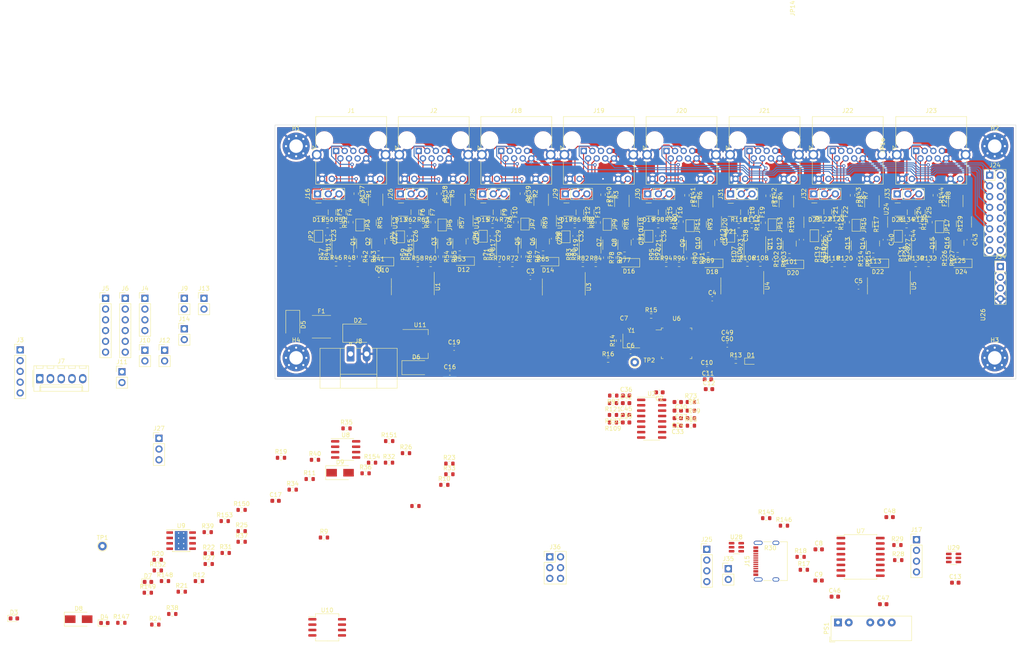
<source format=kicad_pcb>
(kicad_pcb (version 20211014) (generator pcbnew)
  (layers (0 "F.Cu" signal) (31 "B.Cu" signal) (34 "B.Paste" user) (35 "F.Paste" user) (36 "B.SilkS" user "B.Silkscreen") (37 "F.SilkS" user "F.Silkscreen") (38 "B.Mask" user) (39 "F.Mask" user) (44 "Edge.Cuts" user))
  (net 0 "")
  (net 1 "+3V3")
  (net 2 "GND")
  (net 3 "Net-(C6-Pad1)")
  (net 4 "Net-(C7-Pad1)")
  (net 5 "VBUS")
  (net 6 "GND2")
  (net 7 "Net-(C9-Pad1)")
  (net 8 "Net-(C13-Pad1)")
  (net 9 "+5V")
  (net 10 "Net-(C17-Pad1)")
  (net 11 "Net-(C17-Pad2)")
  (net 12 "/I_SENSE1")
  (net 13 "/I_SENSE2")
  (net 14 "/I_SENSE3")
  (net 15 "/I_SENSE4")
  (net 16 "/I_SENSE5")
  (net 17 "/I_SENSE6")
  (net 18 "/I_SENSE7")
  (net 19 "/I_SENSE8")
  (net 20 "/5V_USB_ISO")
  (net 21 "Net-(D1-Pad1)")
  (net 22 "Net-(D1-Pad2)")
  (net 23 "Net-(D2-Pad1)")
  (net 24 "Net-(D3-Pad2)")
  (net 25 "Net-(D4-Pad2)")
  (net 26 "VCC")
  (net 27 "Net-(D5-Pad2)")
  (net 28 "Net-(D7-Pad2)")
  (net 29 "Net-(D9-Pad1)")
  (net 30 "Net-(D10-Pad2)")
  (net 31 "/RS485 Line driver/A")
  (net 32 "/RS485 Line driver/B")
  (net 33 "Net-(D12-Pad2)")
  (net 34 "/sheet6205AD21/A")
  (net 35 "/sheet6205AD21/B")
  (net 36 "Net-(D14-Pad2)")
  (net 37 "/sheet62070CF7/A")
  (net 38 "/sheet62070CF7/B")
  (net 39 "Net-(D16-Pad2)")
  (net 40 "/sheet620AF7C7/A")
  (net 41 "/sheet620AF7C7/B")
  (net 42 "Net-(D18-Pad2)")
  (net 43 "/sheet620CBEF1/A")
  (net 44 "/sheet620CBEF1/B")
  (net 45 "Net-(D20-Pad2)")
  (net 46 "/sheet620CBEF2/A")
  (net 47 "/sheet620CBEF2/B")
  (net 48 "Net-(D22-Pad2)")
  (net 49 "/sheet620CBEF3/A")
  (net 50 "/sheet620CBEF3/B")
  (net 51 "Net-(D24-Pad2)")
  (net 52 "/sheet620CBEF4/A")
  (net 53 "/sheet620CBEF4/B")
  (net 54 "Net-(F2-Pad1)")
  (net 55 "/RS485 Line driver/PWR_OUT")
  (net 56 "Net-(F3-Pad2)")
  (net 57 "Net-(F4-Pad2)")
  (net 58 "Net-(F5-Pad1)")
  (net 59 "/sheet6205AD21/PWR_OUT")
  (net 60 "Net-(F6-Pad2)")
  (net 61 "Net-(F7-Pad2)")
  (net 62 "Net-(F8-Pad1)")
  (net 63 "/sheet62070CF7/PWR_OUT")
  (net 64 "Net-(F9-Pad2)")
  (net 65 "Net-(F10-Pad2)")
  (net 66 "Net-(F11-Pad1)")
  (net 67 "/sheet620AF7C7/PWR_OUT")
  (net 68 "Net-(F12-Pad2)")
  (net 69 "Net-(F13-Pad2)")
  (net 70 "Net-(F14-Pad1)")
  (net 71 "/sheet620CBEF1/PWR_OUT")
  (net 72 "Net-(F15-Pad2)")
  (net 73 "Net-(F16-Pad2)")
  (net 74 "Net-(F17-Pad1)")
  (net 75 "/sheet620CBEF2/PWR_OUT")
  (net 76 "Net-(F18-Pad2)")
  (net 77 "Net-(F19-Pad2)")
  (net 78 "Net-(F20-Pad1)")
  (net 79 "/sheet620CBEF3/PWR_OUT")
  (net 80 "Net-(F21-Pad2)")
  (net 81 "Net-(F22-Pad2)")
  (net 82 "Net-(F23-Pad1)")
  (net 83 "/sheet620CBEF4/PWR_OUT")
  (net 84 "Net-(F24-Pad2)")
  (net 85 "Net-(F25-Pad2)")
  (net 86 "Net-(J1-Pad1)")
  (net 87 "Net-(J1-Pad3)")
  (net 88 "Net-(J1-Pad2)")
  (net 89 "/1WIRE1")
  (net 90 "Net-(J1-Pad10)")
  (net 91 "/LED_G1")
  (net 92 "Net-(J2-Pad1)")
  (net 93 "Net-(J2-Pad3)")
  (net 94 "Net-(J2-Pad2)")
  (net 95 "/1WIRE2")
  (net 96 "Net-(J2-Pad10)")
  (net 97 "/LED_G2")
  (net 98 "Net-(J15-PadB5)")
  (net 99 "Net-(J15-PadA8)")
  (net 100 "Net-(J15-PadA6)")
  (net 101 "Net-(J15-PadA7)")
  (net 102 "Net-(J15-PadA5)")
  (net 103 "Net-(J15-PadB8)")
  (net 104 "Net-(J18-Pad1)")
  (net 105 "Net-(J18-Pad3)")
  (net 106 "Net-(J18-Pad2)")
  (net 107 "/1WIRE3")
  (net 108 "Net-(J18-Pad10)")
  (net 109 "/LED_G3")
  (net 110 "Net-(J19-Pad1)")
  (net 111 "Net-(J19-Pad3)")
  (net 112 "Net-(J19-Pad2)")
  (net 113 "/1WIRE4")
  (net 114 "Net-(J19-Pad10)")
  (net 115 "/LED_G4")
  (net 116 "Net-(J20-Pad1)")
  (net 117 "Net-(J20-Pad3)")
  (net 118 "Net-(J20-Pad2)")
  (net 119 "/1WIRE5")
  (net 120 "Net-(J20-Pad10)")
  (net 121 "/LED_G5")
  (net 122 "Net-(J21-Pad1)")
  (net 123 "Net-(J21-Pad3)")
  (net 124 "Net-(J21-Pad2)")
  (net 125 "/1WIRE6")
  (net 126 "Net-(J21-Pad10)")
  (net 127 "/LED_G6")
  (net 128 "Net-(J22-Pad1)")
  (net 129 "Net-(J22-Pad3)")
  (net 130 "Net-(J22-Pad2)")
  (net 131 "/1WIRE7")
  (net 132 "Net-(J22-Pad10)")
  (net 133 "/LED_G7")
  (net 134 "Net-(J23-Pad1)")
  (net 135 "Net-(J23-Pad3)")
  (net 136 "Net-(J23-Pad2)")
  (net 137 "/1WIRE8")
  (net 138 "Net-(J23-Pad10)")
  (net 139 "/LED_G8")
  (net 140 "/1WIRE")
  (net 141 "Net-(J27-Pad1)")
  (net 142 "Net-(J27-Pad2)")
  (net 143 "/USART2_TX")
  (net 144 "/GPIO1")
  (net 145 "/5V_DCDC")
  (net 146 "Net-(JP2-Pad2)")
  (net 147 "Net-(JP3-Pad1)")
  (net 148 "Net-(JP4-Pad2)")
  (net 149 "Net-(JP5-Pad1)")
  (net 150 "Net-(JP6-Pad2)")
  (net 151 "Net-(JP7-Pad1)")
  (net 152 "Net-(JP8-Pad2)")
  (net 153 "Net-(JP9-Pad1)")
  (net 154 "Net-(JP10-Pad2)")
  (net 155 "Net-(JP11-Pad1)")
  (net 156 "Net-(JP12-Pad2)")
  (net 157 "Net-(JP13-Pad1)")
  (net 158 "Net-(JP14-Pad2)")
  (net 159 "Net-(JP15-Pad1)")
  (net 160 "Net-(JP16-Pad2)")
  (net 161 "Net-(JP17-Pad1)")
  (net 163 "/PWR_EN1")
  (net 164 "Net-(Q1-Pad2)")
  (net 165 "Net-(Q2-Pad3)")
  (net 166 "/PWR_EN2")
  (net 167 "Net-(Q3-Pad2)")
  (net 168 "Net-(Q4-Pad3)")
  (net 169 "/PWR_EN3")
  (net 170 "Net-(Q5-Pad2)")
  (net 171 "Net-(Q6-Pad3)")
  (net 172 "/PWR_EN4")
  (net 173 "Net-(Q7-Pad2)")
  (net 174 "Net-(Q8-Pad3)")
  (net 175 "/PWR_EN5")
  (net 176 "Net-(Q9-Pad2)")
  (net 177 "Net-(Q10-Pad3)")
  (net 178 "/PWR_EN6")
  (net 179 "Net-(Q11-Pad2)")
  (net 180 "Net-(Q12-Pad3)")
  (net 181 "/PWR_EN7")
  (net 182 "Net-(Q13-Pad2)")
  (net 183 "Net-(Q14-Pad3)")
  (net 184 "/PWR_EN8")
  (net 185 "Net-(Q15-Pad2)")
  (net 186 "Net-(Q16-Pad3)")
  (net 187 "Net-(U3-Pad15)")
  (net 188 "Net-(U3-Pad4)")
  (net 189 "Net-(U4-Pad15)")
  (net 190 "Net-(U4-Pad4)")
  (net 191 "Net-(R8-Pad2)")
  (net 192 "/5V_SENSE")
  (net 193 "/VCC_SENSE")
  (net 194 "Net-(R15-Pad1)")
  (net 195 "/NRST")
  (net 196 "Net-(R17-Pad1)")
  (net 197 "Net-(R18-Pad1)")
  (net 198 "Net-(R19-Pad2)")
  (net 199 "/USART2_RX")
  (net 200 "Net-(R20-Pad2)")
  (net 201 "/~{SPI1_SS}")
  (net 202 "Net-(R21-Pad2)")
  (net 203 "/SPI1_SCK")
  (net 204 "Net-(R22-Pad2)")
  (net 205 "/SPI1_MISO")
  (net 206 "Net-(R23-Pad2)")
  (net 207 "/SPI1_MOSI")
  (net 208 "Net-(R24-Pad2)")
  (net 209 "/SWDIO")
  (net 210 "Net-(R25-Pad2)")
  (net 211 "/SWCLK")
  (net 212 "Net-(R26-Pad2)")
  (net 213 "/GPIO3")
  (net 214 "Net-(R27-Pad2)")
  (net 215 "/USB_DP")
  (net 216 "Net-(R28-Pad2)")
  (net 217 "/USB_DN")
  (net 218 "Net-(R29-Pad2)")
  (net 219 "/I2C1_SCL")
  (net 220 "Net-(J3-Pad1)")
  (net 221 "/I2C1_SDA")
  (net 222 "Net-(J3-Pad2)")
  (net 223 "Net-(R35-Pad1)")
  (net 224 "Net-(R39-Pad2)")
  (net 225 "Net-(R44-Pad1)")
  (net 226 "/USART1_RX")
  (net 227 "/~{RX_EN1}")
  (net 228 "/TX_EN1")
  (net 229 "Net-(R49-Pad2)")
  (net 230 "Net-(R56-Pad1)")
  (net 231 "/~{RX_EN2}")
  (net 232 "/TX_EN2")
  (net 233 "Net-(R61-Pad2)")
  (net 234 "Net-(R68-Pad1)")
  (net 235 "/~{RX_EN3}")
  (net 236 "/TX_EN3")
  (net 237 "Net-(R73-Pad2)")
  (net 238 "Net-(R80-Pad1)")
  (net 239 "/~{RX_EN4}")
  (net 240 "/TX_EN4")
  (net 241 "Net-(R85-Pad2)")
  (net 242 "Net-(R92-Pad1)")
  (net 243 "/USART3_RX")
  (net 244 "/~{RX_EN5}")
  (net 245 "/TX_EN5")
  (net 246 "Net-(R97-Pad2)")
  (net 247 "Net-(R104-Pad1)")
  (net 248 "/~{RX_EN6}")
  (net 249 "/TX_EN6")
  (net 250 "Net-(R109-Pad2)")
  (net 251 "Net-(R116-Pad1)")
  (net 252 "/~{RX_EN7}")
  (net 253 "/TX_EN7")
  (net 254 "Net-(R121-Pad2)")
  (net 255 "Net-(R128-Pad1)")
  (net 256 "/~{RX_EN8}")
  (net 257 "/TX_EN8")
  (net 258 "Net-(R133-Pad2)")
  (net 259 "/USART3_TX")
  (net 260 "Net-(R150-Pad1)")
  (net 261 "/GPIO0")
  (net 262 "Net-(R151-Pad1)")
  (net 263 "/I_SENSE")
  (net 264 "Net-(R152-Pad1)")
  (net 265 "Net-(R153-Pad1)")
  (net 266 "/GPIO2")
  (net 267 "Net-(R154-Pad1)")
  (net 268 "/SPI2_MISO")
  (net 269 "Net-(U1-Pad9)")
  (net 270 "/SPI2_SCK")
  (net 271 "/SPI2_STROBE")
  (net 272 "/~{SPI2_OE}")
  (net 273 "/SPI2_MOSI")
  (net 274 "/I_SEN_C")
  (net 275 "/I_SEN_B")
  (net 276 "/I_SEN_A")
  (net 277 "Net-(U4-Pad14)")
  (net 278 "Net-(U5-Pad14)")
  (net 283 "/BOOT1")
  (net 284 "/USART1_TX")
  (net 292 "Net-(U1-Pad4)")
  (net 293 "Net-(U1-Pad15)")
  (net 294 "Net-(R7-Pad2)")
  (footprint "Resistor_SMD:R_0603_1608Metric" (layer "F.Cu") (at 150.95 87.51)
    (fp_text reference "R26")
    (fp_text value "330R")
  )
  (footprint "Resistor_SMD:R_0603_1608Metric" (layer "F.Cu") (at 281.241 40.64 180)
    (fp_text reference "R125")
    (fp_text value "1k")
  )
  (footprint "Jumper:SolderJumper-2_P1.3mm_Open_TrianglePad1.0x1.5mm" (layer "F.Cu") (at 188.722 36.412 90)
    (fp_text reference "JP8")
    (fp_text value "SolderJumper_2_Open")
  )
  (footprint "Resistor_SMD:R_0603_1608Metric" (layer "F.Cu") (at 83.718 127.584)
    (fp_text reference "R147")
    (fp_text value "4k7")
  )
  (footprint "Resistor_SMD:R_0603_1608Metric" (layer "F.Cu") (at 160.401 26.225 -90)
    (fp_text reference "R5")
    (fp_text value "1k")
  )
  (footprint "Resistor_SMD:R_0603_1608Metric" (layer "F.Cu") (at 258.699 41.593 -90)
    (fp_text reference "R115")
    (fp_text value "2k7")
  )
  (footprint "Connector_RJ:RJ45_Amphenol_RJHSE538X" (layer "F.Cu") (at 251.73 16.125)
    (fp_text reference "J22")
    (fp_text value "RJ45_LED_Shielded")
  )
  (footprint "TestPoint:TestPoint_THTPad_D2.0mm_Drill1.0mm" (layer "F.Cu") (at 204.978 66.04)
    (fp_text reference "TP2")
    (fp_text value "NRST")
  )
  (footprint "Fuse:Fuse_1206_3216Metric" (layer "F.Cu") (at 192.024 30.61 -90)
    (fp_text reference "F12")
    (fp_text value "BSMD1206-010-60V")
  )
  (footprint "Package_TO_SOT_SMD:SOT-23" (layer "F.Cu") (at 149.7815 29.972 180)
    (fp_text reference "D13")
    (fp_text value "PSM712-LF-T7")
  )
  (footprint "Resistor_SMD:R_0603_1608Metric" (layer "F.Cu") (at 198.12 41.338 -90)
    (fp_text reference "R78")
    (fp_text value "10k")
  )
  (footprint "Converter_DCDC:Converter_DCDC_XP_POWER-IAxxxxS_THT" (layer "F.Cu") (at 252.984 127.503 90)
    (fp_text reference "PS1")
    (fp_text value "IA0505S")
  )
  (footprint "Jumper:SolderJumper-2_P1.3mm_Open_TrianglePad1.0x1.5mm" (layer "F.Cu") (at 179.07 33.401 -90)
    (fp_text reference "JP7")
    (fp_text value "SolderJumper_2_Open")
  )
  (footprint "Package_SO:SOIC-8_3.9x4.9mm_P1.27mm" (layer "F.Cu") (at 194.437 38.354 90)
    (fp_text reference "U19")
    (fp_text value "MAX485E")
  )
  (footprint "Resistor_SMD:R_0603_1608Metric" (layer "F.Cu") (at 141.41 92.27)
    (fp_text reference "R36")
    (fp_text value "R")
  )
  (footprint "Resistor_SMD:R_0603_1608Metric" (layer "F.Cu") (at 176.086 42.926)
    (fp_text reference "R72")
    (fp_text value "10k")
  )
  (footprint "Package_TO_SOT_SMD:SOT-23" (layer "F.Cu") (at 267.081 29.972 180)
    (fp_text reference "D25")
    (fp_text value "PSM712-LF-T7")
  )
  (footprint "Package_TO_SOT_SMD:SOT-23-6" (layer "F.Cu") (at 228.9865 109.728)
    (fp_text reference "U28")
    (fp_text value "SRV05-4")
  )
  (footprint "Resistor_SMD:R_0603_1608Metric" (layer "F.Cu") (at 208.915 40.576 -90)
    (fp_text reference "R92")
    (fp_text value "330R")
  )
  (footprint "Resistor_SMD:R_0603_1608Metric" (layer "F.Cu") (at 195.77 42.926)
    (fp_text reference "R84")
    (fp_text value "10k")
  )
  (footprint "Resistor_SMD:R_1206_3216Metric" (layer "F.Cu") (at 240.2575 33.5405 -90)
    (fp_text reference "R105")
    (fp_text value "0R1")
  )
  (footprint "Resistor_SMD:R_0603_1608Metric" (layer "F.Cu") (at 92.328 112.704)
    (fp_text reference "R20")
    (fp_text value "330R")
  )
  (footprint "Package_SO:SOIC-8_3.9x4.9mm_P1.27mm" (layer "F.Cu") (at 174.879 38.354 90)
    (fp_text reference "U17")
    (fp_text value "MAX485E")
  )
  (footprint "Resistor_SMD:R_0603_1608Metric" (layer "F.Cu") (at 130.81 40.576 -90)
    (fp_text reference "R44")
    (fp_text value "330R")
  )
  (footprint "Resistor_SMD:R_0603_1608Metric" (layer "F.Cu") (at 258.064 26.607 -90)
    (fp_text reference "R7")
    (fp_text value "1k")
  )
  (footprint "Connector_RJ:RJ45_Amphenol_RJHSE538X" (layer "F.Cu") (at 232.076 16.125)
    (fp_text reference "J21")
    (fp_text value "RJ45_LED_Shielded")
  )
  (footprint "Package_QFP:LQFP-48_7x7mm_P0.5mm" (layer "F.Cu") (at 214.864 61.5665)
    (fp_text reference "U6")
    (fp_text value "STM32F103C8Tx")
  )
  (footprint "Capacitor_SMD:C_0603_1608Metric" (layer "F.Cu") (at 215.138 79.248 180)
    (fp_text reference "C24")
    (fp_text value "100n")
  )
  (footprint "Capacitor_SMD:C_0603_1608Metric" (layer "F.Cu") (at 162.319 62.738)
    (fp_text reference "C19")
    (fp_text value "22u")
  )
  (footprint "Connector_Phoenix_MC:PhoenixContact_MC_1,5_2-GF-3.81_1x02_P3.81mm_Horizontal_ThreadedFlange" (layer "F.Cu") (at 137.85 64.0675)
    (fp_text reference "J8")
    (fp_text value "POWER")
  )
  (footprint "Jumper:SolderJumper-2_P1.3mm_Open_TrianglePad1.0x1.5mm" (layer "F.Cu") (at 257.302 33.692 -90)
    (fp_text reference "JP15")
    (fp_text value "SolderJumper_2_Open")
  )
  (footprint "Capacitor_SMD:C_0603_1608Metric" (layer "F.Cu") (at 144.539 45.466)
    (fp_text reference "C1")
    (fp_text value "100n")
  )
  (footprint "Connector_PinHeader_2.54mm:PinHeader_1x05_P2.54mm_Vertical" (layer "F.Cu") (at 59.817 63.124)
    (fp_text reference "J3")
    (fp_text value "USART2")
  )
  (footprint "Connector_RJ:RJ45_Amphenol_RJHSE538X" (layer "F.Cu") (at 212.467 16.129)
    (fp_text reference "J20")
    (fp_text value "RJ45_LED_Shielded")
  )
  (footprint "Capacitor_SMD:C_0603_1608Metric" (layer "F.Cu") (at 215.138 77.47 180)
    (fp_text reference "C27")
    (fp_text value "100n")
  )
  (footprint "Resistor_SMD:R_0603_1608Metric" (layer "F.Cu") (at 161.2 89.98)
    (fp_text reference "R23")
    (fp_text value "330R")
  )
  (footprint "Resistor_SMD:R_0603_1608Metric" (layer "F.Cu") (at 146.94 89.76)
    (fp_text reference "R32")
    (fp_text value "R")
  )
  (footprint "Jumper:SolderJumper-2_P1.3mm_Open_TrianglePad1.0x1.5mm" (layer "F.Cu") (at 276.987 34.036 -90)
    (fp_text reference "JP17")
    (fp_text value "SolderJumper_2_Open")
  )
  (footprint "Package_SO:SOIC-16_3.9x9.9mm_P1.27mm" (layer "F.Cu") (at 230.378 48.006 -90)
    (fp_text reference "U4")
    (fp_text value "74HC595")
  )
  (footprint "Capacitor_SMD:C_0603_1608Metric" (layer "F.Cu") (at 265.176 102.616)
    (fp_text reference "C48")
    (fp_text value "100n")
  )
  (footprint "Capacitor_SMD:C_0603_1608Metric" (layer "F.Cu") (at 161.303 68.58)
    (fp_text reference "C16")
    (fp_text value "10u")
  )
  (footprint "Capacitor_SMD:C_0603_1608Metric" (layer "F.Cu") (at 185.801 36.843 -90)
    (fp_text reference "C28")
    (fp_text value "100n")
  )
  (footprint "Resistor_SMD:R_0603_1608Metric" (layer "F.Cu") (at 174.434 33.782)
    (fp_text reference "R75")
    (fp_text value "120R")
  )
  (footprint "Resistor_SMD:R_1206_3216Metric" (layer "F.Cu") (at 280.035 33.3395 -90)
    (fp_text reference "R129")
    (fp_text value "0R1")
  )
  (footprint "Connector_PinHeader_2.54mm:PinHeader_1x04_P2.54mm_Vertical" (layer "F.Cu") (at 291.338 43.434)
    (fp_text reference "J34")
    (fp_text value "1WIRE_SELECT")
  )
  (footprint "Resistor_SMD:R_0603_1608Metric" (layer "F.Cu") (at 121.428 88.604)
    (fp_text reference "R19")
    (fp_text value "330R")
  )
  (footprint "Fuse:Fuse_1206_3216Metric" (layer "F.Cu") (at 211.455 30.61 -90)
    (fp_text reference "F15")
    (fp_text value "BSMD1206-010-60V")
  )
  (footprint "Package_SO:SO-8_5.3x6.2mm_P1.27mm" (layer "F.Cu") (at 132.334 128.651)
    (fp_text reference "U10")
    (fp_text value "XL1509-5.0E1")
  )
  (footprint "Resistor_SMD:R_0603_1608Metric" (layer "F.Cu") (at 213.55 33.782)
    (fp_text reference "R99")
    (fp_text value "120R")
  )
  (footprint "Jumper:SolderJumper-2_P1.3mm_Open_TrianglePad1.0x1.5mm" (layer "F.Cu") (at 267.208 36.285 90)
    (fp_text reference "JP16")
    (fp_text value "SolderJumper_2_Open")
  )
  (footprint "Resistor_SMD:R_0603_1608Metric" (layer "F.Cu") (at 210.503 33.782)
    (fp_text reference "R98")
    (fp_text value "720R")
  )
  (footprint "Resistor_SMD:R_0603_1608Metric" (layer "F.Cu") (at 218.262 79.248)
    (fp_text reference "R49")
    (fp_text value "100k")
  )
  (footprint "Connector_PinHeader_2.54mm:PinHeader_1x03_P2.54mm_Vertical" (layer "F.Cu") (at 208.026 26.289 90)
    (fp_text reference "J30")
    (fp_text value "RES5")
  )
  (footprint "Resistor_SMD:R_0603_1608Metric" (layer "F.Cu") (at 104.118 106.164)
    (fp_text reference "R39")
    (fp_text value "R")
  )
  (footprint "Resistor_SMD:R_0603_1608Metric" (layer "F.Cu") (at 180.086 26.225 -90)
    (fp_text reference "R2")
    (fp_text value "1k")
  )
  (footprint "Connector_RJ:RJ45_Amphenol_RJHSE538X" (layer "F.Cu") (at 173.44 16.125)
    (fp_text reference "J18")
    (fp_text value "RJ45_LED_Shielded")
  )
  (footprint "Resistor_SMD:R_0603_1608Metric" (layer "F.Cu") (at 140.716 26.225 -90)
    (fp_text reference "R1")
    (fp_text value "1k")
  )
  (footprint "Diode_SMD:D_MiniMELF" (layer "F.Cu") (at 164.564 42.164 180)
    (fp_text reference "D12")
    (fp_text value "ZMM5V6")
  )
  (footprint "Diode_SMD:D_MiniMELF" (layer "F.Cu") (at 282.095 42.672 180)
    (fp_text reference "D24")
    (fp_text value "ZMM5V6")
  )
  (footprint "Resistor_SMD:R_0603_1608Metric" (layer "F.Cu") (at 97.988 120.234)
    (fp_text reference "R21")
    (fp_text value "330R")
  )
  (footprint "Resistor_SMD:R_0603_1608Metric" (layer "F.Cu") (at 232.6 33.782)
    (fp_text reference "R111")
    (fp_text value "120R")
  )
  (footprint "Resistor_SMD:R_0603_1608Metric" (layer "F.Cu") (at 272.351 33.782)
    (fp_text reference "R135")
    (fp_text value "120R")
  )
  (footprint "Capacitor_SMD:C_0603_1608Metric" (layer "F.Cu") (at 264.16 37.097 -90)
    (fp_text reference "C40")
    (fp_text value "100n")
  )
  (footprint "Fuse:Fuse_1206_3216Metric" (layer "F.Cu") (at 272.669 30.61 -90)
    (fp_text reference "F25")
    (fp_text value "BSMD1206-010-60V")
  )
  (footprint "Jumper:SolderJumper-2_P1.3mm_Open_TrianglePad1.0x1.5mm" (layer "F.Cu") (at 227.584 36.285 90)
    (fp_text reference "JP12")
    (fp_text value "SolderJumper_2_Open")
  )
  (footprint "Resistor_SMD:R_0603_1608Metric" (layer "F.Cu") (at 228.346 40.577 -90)
    (fp_text reference "R104")
    (fp_text value "330R")
  )
  (footprint "Resistor_SMD:R_0603_1608Metric" (layer "F.Cu") (at 248.031 40.577 -90)
    (fp_text reference "R116")
    (fp_text value "330R")
  )
  (footprint "Resistor_SMD:R_0603_1608Metric" (layer "F.Cu") (at 89.968 120.474)
    (fp_text reference "R149")
    (fp_text value "R")
  )
  (footprint "Diode_SMD:D_MiniMELF" (layer "F.Cu") (at 242.344 42.926 180)
    (fp_text reference "D20")
    (fp_text value "ZMM5V6")
  )
  (footprint "Package_TO_SOT_SMD:SOT-23" (layer "F.Cu") (at 227.6625 30.038 180)
    (fp_text reference "D21")
    (fp_text value "PSM712-LF-T7")
  )
  (footprint "Package_TO_SOT_SMD:SOT-23" (layer "F.Cu") (at 261.239 37.973 90)
    (fp_text reference "Q14")
    (fp_text value "Si2301CDS")
  )
  (footprint "Resistor_SMD:R_0603_1608Metric" (layer "F.Cu") (at 176.911 32.957 90)
    (fp_text reference "R76")
    (fp_text value "720R")
  )
  (footprint "Resistor_SMD:R_0603_1608Metric" (layer "F.Cu") (at 238.76 41.719 -90)
    (fp_text reference "R103")
    (fp_text value "2k7")
  )
  (footprint "Resistor_SMD:R_0603_1608Metric" (layer "F.Cu") (at 92.328 115.214)
    (fp_text reference "R152")
    (fp_text value "330R")
  )
  (footprint "Connector_PinHeader_2.54mm:PinHeader_1x03_P2.54mm_Vertical" (layer "F.Cu") (at 149.606 26.289 90)
    (fp_text reference "J26")
    (fp_text value "RES2")
  )
  (footprint "Diode_SMD:D_MiniMELF" (layer "F.Cu") (at 223.266 42.672 180)
    (fp_text reference "D18")
    (fp_text value "ZMM5V6")
  )
  (footprint "Resistor_SMD:R_0603_1608Metric" (layer "F.Cu") (at 180.594 41.084 -90)
    (fp_text reference "R67")
    (fp_text value "2k7")
  )
  (footprint "Package_TO_SOT_SMD:SOT-23" (layer "F.Cu") (at 208.28 29.972 180)
    (fp_text reference "D19")
    (fp_text value "PSM712-LF-T7")
  )
  (footprint "Package_SO:SOIC-8_3.9x4.9mm_P1.27mm" (layer "F.Cu") (at 136.7 86.63)
    (fp_text reference "U8")
    (fp_text value "M24C01-WMN")
  )
  (footprint "Fuse:Fuse_1812_4532Metric" (layer "F.Cu") (at 201.93 27.94 90)
    (fp_text reference "F11")
    (fp_text value "BSMD1812-110-33V")
  )
  (footprint "Connector_PinHeader_2.54mm:PinHeader_1x03_P2.54mm_Vertical" (layer "F.Cu") (at 247.269 26.289 90)
    (fp_text reference "J32")
    (fp_text value "RES7")
  )
  (footprint "Connector_PinHeader_2.54mm:PinHeader_1x04_P2.54mm_Vertical" (layer "F.Cu") (at 89.287 50.944)
    (fp_text reference "J4")
    (fp_text value "I2C")
  )
  (footprint "Fuse:Fuse_2920_7451Metric" (layer "F.Cu") (at 130.9785 57.658)
    (fp_text reference "F1")
    (fp_text value "Polyfuse")
  )
  (footprint "Package_TO_SOT_SMD:SOT-23" (layer "F.Cu") (at 218.694 37.8945 90)
    (fp_text reference "Q9")
    (fp_text value "MMBT5551")
  )
  (footprint "Capacitor_SMD:C_0603_1608Metric" (layer "F.Cu") (at 190.881 36.208 -90)
    (fp_text reference "C32")
    (fp_text value "100n")
  )
  (footprint "Capacitor_SMD:C_0603_1608Metric" (layer "F.Cu") (at 166.116 36.843 -90)
    (fp_text reference "C25")
    (fp_text value "100n")
  )
  (footprint "Resistor_SMD:R_0603_1608Metric" (layer "F.Cu") (at 157.353 32.957 90)
    (fp_text reference "R64")
    (fp_text value "720R")
  )
  (footprint "Package_TO_SOT_SMD:SOT-23-5" (layer "F.Cu") (at 282.956 33.3955 -90)
    (fp_text reference "U26")
    (fp_text value "INA180A1")
  )
  (footprint "Resistor_SMD:R_0603_1608Metric" (layer "F.Cu") (at 163.64 40.259 180)
    (fp_text reference "R53")
    (fp_text value "1k")
  )
  (footprint "Capacitor_SMD:C_0603_1608Metric" (layer "F.Cu") (at 132.461 36.081 -90)
    (fp_text reference "C23")
    (fp_text value "100n")
  )
  (footprint "Resistor_SMD:R_0603_1608Metric" (layer "F.Cu") (at 218.236 77.47)
    (fp_text reference "R61")
    (fp_text value "100k")
  )
  (footprint "Package_SO:SOIC-16_3.9x9.9mm_P1.27mm" (layer "F.Cu") (at 265 48.006 -90)
    (fp_text reference "U5")
    (fp_text value "74HC595")
  )
  (footprint "Package_TO_SOT_SMD:SOT-23" (layer "F.Cu") (at 277.683 37.9245 90)
    (fp_text reference "Q15")
    (fp_text value "MMBT5551")
  )
  (footprint "Package_SO:SOIC-16_3.9x9.9mm_P1.27mm" (layer "F.Cu") (at 152.555 48.195 -90)
    (fp_text reference "U1")
    (fp_text value "74HC595")
  )
  (footprint "Fuse:Fuse_1206_3216Metric" (layer "F.Cu") (at 270.256 30.604 -90)
    (fp_text reference "F24")
    (fp_text value "BSMD1206-010-60V")
  )
  (footprint "Resistor_SMD:R_0603_1608Metric" (layer "F.Cu") (at 212.408 42.926)
    (fp_text reference "R94")
    (fp_text value "10k")
  )
  (footprint "Resistor_SMD:R_0603_1608Metric" (layer "F.Cu") (at 210.439 40.576 90)
    (fp_text reference "R95")
    (fp_text value "10k")
  )
  (footprint "Package_TO_SOT_SMD:SOT-223-3_TabPin2" (layer "F.Cu") (at 154.28 61.722)
    (fp_text reference "U11")
    (fp_text value "AMS1117-3.3")
  )
  (footprint "Resistor_SMD:R_0603_1608Metric" (layer "F.Cu") (at 215.9 32.829 90)
    (fp_text reference "R100")
    (fp_text value "720R")
  )
  (footprint "Package_TO_SOT_SMD:SOT-23" (layer "F.Cu") (at 163.576 37.5135 90)
    (fp_text reference "Q4")
    (fp_text value "Si2301CDS")
  )
  (footprint "Jumper:SolderJumper-2_P1.3mm_Open_TrianglePad1.0x1.5mm" (layer "F.Cu") (at 140.081 33.618 -90)
    (fp_text reference "JP3")
    (fp_text value "SolderJumper_2_Open")
  )
  (footprint "Capacitor_SMD:C_0603_1608Metric" (layer "F.Cu") (at 215.138 75.438 180)
    (fp_text reference "C30")
    (fp_text value "100n")
  )
  (footprint "Resistor_SMD:R_0603_1608Metric" (layer "F.Cu") (at 201.168 60.96 90)
    (fp_text reference "R14")
    (fp_text value "R")
  )
  (footprint "Resistor_SMD:R_0603_1608Metric" (layer "F.Cu") (at 112.138 108.444)
    (fp_text reference "R37")
    (fp_text value "R")
  )
  (footprint "Connector_PinHeader_2.54mm:PinHeader_2x08_P2.54mm_Vertical" (layer "F.Cu") (at 288.798 21.844)
    (fp_text reference "J24")
    (fp_text value "1WIRE_CHANNELS")
  )
  (footprint "Resistor_SMD:R_0603_1608Metric" (layer "F.Cu") (at 108.368 111.084)
    (fp_text reference "R31")
    (fp_text value "R")
  )
  (footprint "Resistor_SMD:R_0603_1608Metric" (layer "F.Cu") (at 104.358 113.694)
    (fp_text reference "R27")
    (fp_text value "330R")
  )
  (footprint "Fuse:Fuse_1206_3216Metric" (layer "F.Cu") (at 155.448 30.61 -90)
    (fp_text reference "F7")
    (fp_text value "BSMD1206-010-60V")
  )
  (footprint "Fuse:Fuse_1812_4532Metric" (layer "F.Cu") (at 221.742 28.0455 90)
    (fp_text reference "F14")
    (fp_text value "BSMD1812-110-33V")
  )
  (footprint "LED_SMD:LED_0603_1608Metric" (layer "F.Cu") (at 90.008 117.924)
    (fp_text reference "D7")
    (fp_text value "3V3_LED")
  )
  (footprint "Capacitor_SMD:C_0603_1608Metric" (layer "F.Cu") (at 202.959 73.914)
    (fp_text reference "C36")
    (fp_text value "100n")
  )
  (footprint "Package_TO_SOT_SMD:SOT-23" (layer "F.Cu") (at 179.705 37.465 90)
    (fp_text reference "Q5")
    (fp_text value "MMBT5551")
  )
  (footprint "Diode_SMD:D_MiniMELF" (layer "F.Cu") (at 262.41 42.672 180)
    (fp_text reference "D22")
    (fp_text value "ZMM5V6")
  )
  (footprint "Resistor_SMD:R_0603_1608Metric" (layer "F.Cu") (at 276.733 41.465 -90)
    (fp_text reference "R126")
    (fp_text value "10k")
  )
  (footprint "Resistor_SMD:R_0603_1608Metric" (layer "F.Cu") (at 275.971 26.606 -90)
    (fp_text reference "R144")
    (fp_text value "2k7")
  )
  (footprint "Resistor_SMD:R_0603_1608Metric" (layer "F.Cu") (at 155.004 33.782)
    (fp_text reference "R63")
    (fp_text value "120R")
  )
  (footprint "Fuse:Fuse_1206_3216Metric" (layer "F.Cu") (at 230.886 30.604 -90)
    (fp_text reference "F18")
    (fp_text value "BSMD1206-010-60V")
  )
  (footprint "Resistor_SMD:R_0603_1608Metric" (layer "F.Cu") (at 278.511 41.466 -90)
    (fp_text reference "R127")
    (fp_text value "2k7")
  )
  (footprint "Resistor_SMD:R_0603_1608Metric" (layer "F.Cu") (at 112.128 100.914)
    (fp_text reference "R150")
    (fp_text value "330R")
  )
  (footprint "Connector_PinHeader_2.54mm:PinHeader_1x03_P2.54mm_Vertical" (layer "F.Cu") (at 130.048 26.289 90)
    (fp_text reference "J16")
    (fp_text value "RES1")
  )
  (footprint "Connector_PinHeader_2.54mm:PinHeader_1x02_P2.54mm_Vertical" (layer "F.Cu") (at 98.587 50.944)
    (fp_text reference "J9")
    (fp_text value "VCC_OUT1")
  )
  (footprint "Resistor_SMD:R_0603_1608Metric" (layer "F.Cu") (at 131.572 107.442)
    (fp_text reference "R9")
    (fp_text value "R")
  )
  (footprint "Resistor_SMD:R_0603_1608Metric" (layer "F.Cu") (at 218.948 26.606 -90)
    (fp_text reference "R6")
    (fp_text value "1k")
  )
  (footprint "Package_SO:TI_SO-PowerPAD-8_ThermalVias" (layer "F.Cu") (at 97.838 108.174)
    (fp_text reference "U9")
    (fp_text value "TPS5430DDA")
  )
  (footprint "Capacitor_SMD:C_0603_1608Metric" (layer "F.Cu") (at 146.939 36.843 -90)
    (fp_text reference "C22")
    (fp_text value "100n")
  )
  (footprint "Connector_RJ:RJ45_Amphenol_RJHSE538X" (layer "F.Cu") (at 153.94 16.125)
    (fp_text reference "J2")
    (fp_text value "RJ45_LED_Shielded")
  )
  (footprint "Fuse:Fuse_1206_3216Metric" (layer "F.Cu") (at 135.89 30.61 -90)
    (fp_text reference "F4")
    (fp_text value "BSMD1206-010-60V")
  )
  (footprint "Resistor_SMD:R_0603_1608Metric" (layer "F.Cu") (at 236.029 102.865)
    (fp_text reference "R145")
    (fp_text value "5k1")
  )
  (footprint "Capacitor_SMD:C_0603_1608Metric" (layer "F.Cu") (at 229.743 36.134 -90)
    (fp_text reference "C38")
    (fp_text value "100n")
  )
  (footprint "Resistor_SMD:R_0603_1608Metric" (layer "F.Cu") (at 235.331 33.083 90)
    (fp_text reference "R112")
    (fp_text value "720R")
  )
  (footprint "Resistor_SMD:R_0603_1608Metric" (layer "F.Cu") (at 159.131 41.084 -90)
    (fp_text reference "R54")
    (fp_text value "10k")
  )
  (footprint "Package_TO_SOT_SMD:SOT-23-5" (layer "F.Cu") (at 263.144 33.401 -90)
    (fp_text reference "U24")
    (fp_text value "INA180A1")
  )
  (footprint "Capacitor_SMD:C_0603_1608Metric" (layer "F.Cu") (at 151.765 36.208 -90)
    (fp_text reference "C26")
    (fp_text value "100n")
  )
  (footprint "Resistor_SMD:R_0603_1608Metric" (layer "F.Cu") (at 183.325 40.259 180)
    (fp_text reference "R65")
    (fp_text value "1k")
  )
  (footprint "Capacitor_SMD:C_0603_1608Metric" (layer "F.Cu") (at 248.425 110.231)
    (fp_text reference "C8")
    (fp_text value "100n")
  )
  (footprint "Capacitor_SMD:C_0603_1608Metric" (layer "F.Cu") (at 180.34 45.974)
    (fp_text reference "C3")
    (fp_text value "100n")
  )
  (footprint "Capacitor_SMD:C_0603_1608Metric" (layer "F.Cu") (at 210.439 36.208 -90)
    (fp_text reference "C35")
    (fp_text value "100n")
  )
  (footprint "Capacitor_SMD:C_0603_1608Metric" (layer "F.Cu") (at 202.933 78.486)
    (fp_text reference "C45")
    (fp_text value "100n")
  )
  (footprint "Resistor_SMD:R_0603_1608Metric" (layer "F.Cu") (at 158.75 26.225 -90)
    (fp_text reference "R138")
    (fp_text value "2k7")
  )
  (footprint "Resistor_SMD:R_0603_1608Metric" (layer "F.Cu") (at 178.689 41.084 -90)
    (fp_text reference "R66")
    (fp_text value "10k")
  )
  (footprint "Resistor_SMD:R_0603_1608Metric" (layer "F.Cu") (at 234.632 42.852)
    (fp_text reference "R108")
    (fp_text value "10k")
  )
  (footprint "Resistor_SMD:R_0603_1608Metric" (layer "F.Cu") (at 199.898 73.914 180)
    (fp_text reference "R97")
    (fp_text value "100k")
  )
  (footprint "Resistor_SMD:R_0603_1608Metric" (layer "F.Cu") (at 269.177 33.782)
    (fp_text reference "R134")
    (fp_text value "720R")
  )
  (footprint "Resistor_SMD:R_0603_1608Metric" (layer "F.Cu") (at 219.456 41.465 -90)
    (fp_text reference "R91")
    (fp_text value "2k7")
  )
  (footprint "Fuse:Fuse_1206_3216Metric" (layer "F.Cu") (at 213.868 30.61 -90)
    (fp_text reference "F16")
    (fp_text value "BSMD1206-010-60V")
  )
  (footprint "Resistor_SMD:R_0603_1608Metric" (layer "F.Cu") (at 91.738 128.004)
    (fp_text reference "R24")
    (fp_text value "330R")
  )
  (footprint "Connector_PinHeader_2.54mm:PinHeader_1x06_P2.54mm_Vertical" (layer "F.Cu") (at 79.987 50.944)
    (fp_text reference "J5")
    (fp_text value "SPI")
  )
  (footprint "Capacitor_SMD:C_0603_1608Metric" (layer "F.Cu") (at 210.807 73.152 180)
    (fp_text reference "C2")
    (fp_text value "100n")
  )
  (footprint "Package_TO_SOT_SMD:SOT-23" (layer "F.Cu") (at 202.565 37.7675 90)
    (fp_text reference "Q8")
    (fp_text value "Si2301CDS")
  )
  (footprint "Resistor_SMD:R_0603_1608Metric" (layer "F.Cu") (at 222.313 40.64 180)
    (fp_text reference "R89")
    (fp_text value "1k")
  )
  (footprint "Resistor_SMD:R_0603_1608Metric" (layer "F.Cu") (at 256.413 26.606 -90)
    (fp_text reference "R143")
    (fp_text value "2k7")
  )
  (footprint "Resistor_SMD:R_0603_1608Metric" (layer "F.Cu") (at 218.249 81.026)
    (fp_text reference "R85")
    (fp_text value "100k")
  )
  (footprint "Resistor_SMD:R_0603_1608Metric" (layer "F.Cu") (at 197.485 26.479 -90)
    (fp_text reference "R140")
    (fp_text value "2k7")
  )
  (footprint "Package_SO:SOIC-8_3.9x4.9mm_P1.27mm" (layer "F.Cu") (at 155.321 38.354 90)
    (fp_text reference "U15")
    (fp_text value "MAX485E")
  )
  (footprint "Capacitor_SMD:C_0603_1608Metric" (layer "F.Cu") (at 244.348 37.097 -90)
    (fp_text reference "C37")
    (fp_text value "100n")
  )
  (footprint "LED_SMD:LED_0603_1608Metric" (layer "F.Cu") (at 79.708 127.624)
    (fp_text reference "D4")
    (fp_text value "5V_LED")
  )
  (footprint "Package_TO_SOT_SMD:SOT-23" (layer "F.Cu") (at 247.396 29.972 180)
    (fp_text reference "D23")
    (fp_text value "PSM712-LF-T7")
  )
  (footprint "Resistor_SMD:R_0603_1608Metric" (layer "F.Cu") (at 169.672 40.576 -90)
    (fp_text reference "R68")
    (fp_text value "330R")
  )
  (footprint "Package_SO:SOIC-16W_7.5x10.3mm_P1.27mm" (layer "F.Cu") (at 258.318 112.009)
    (fp_text reference "U7")
    (fp_text value "ADUM4160")
  )
  (footprint "Resistor_SMD:R_0603_1608Metric" (layer "F.Cu") (at 217.805 41.466 -90)
    (fp_text reference "R90")
    (fp_text value "10k")
  )
  (footprint "Connector_RJ:RJ45_Amphenol_RJHSE538X" (layer "F.Cu") (at 134.44 16.125)
    (fp_text reference "J1")
    (fp_text value "RJ45_LED_Shielded")
  )
  (footprint "Resistor_SMD:R_0603_1608Metric" (layer "F.Cu") (at 104.358 111.184)
    (fp_text reference "R22")
    (fp_text value "330R")
  )
  (footprint "Resistor_SMD:R_0603_1608Metric" (layer "F.Cu") (at 208.851 55.118)
    (fp_text reference "R15")
    (fp_text value "R")
  )
  (footprint "Fuse:Fuse_1812_4532Metric" (layer "F.Cu") (at 260.985 28.0455 90)
    (fp_text reference "F20")
    (fp_text value "BSMD1812-110-33V")
  )
  (footprint "Package_SO:SOIC-16_3.9x9.9mm_P1.27mm" (layer "F.Cu") (at 208.977 79.375)
    (fp_text reference "U2")
    (fp_text value "CD4051B")
  )
  (footprint "LED_SMD:LED_0603_1608Metric" (layer "F.Cu") (at 232.41 65.786)
    (fp_text reference "D1")
    (fp_text value "USR_LED")
  )
  (footprint "Resistor_SMD:R_0603_1608Metric" (layer "F.Cu") (at 192.723 42.926)
    (fp_text reference "R82")
    (fp_text value "10k")
  )
  (footprint "Package_SO:SOIC-8_3.9x4.9mm_P1.27mm" (layer "F.Cu") (at 233.362 38.289 90)
    (fp_text reference "U23")
    (fp_text value "MAX485E")
  )
  (footprint "Fuse:Fuse_1812_4532Metric" (layer "F.Cu") (at 280.797 27.9615 90)
    (fp_text reference "F23")
    (fp_text value "BSMD1812-110-33V")
  )
  (footprint "Resistor_SMD:R_0603_1608Metric" (layer "F.Cu") (at 202.565 40.513 180)
    (fp_text reference "R77")
    (fp_text value "1k")
  )
  (footprint "Resistor_SMD:R_0603_1608Metric" (layer "F.Cu") (at 267.208 112.771)
    (fp_text reference "R28")
    (fp_text value "24R")
  )
  (footprint "Connector_PinHeader_2.54mm:PinHeader_1x02_P2.54mm_Vertical" (layer "F.Cu") (at 83.867 68.294)
    (fp_text reference "J11")
    (fp_text value "5V_OUT1")
  )
  (footprint "Capacitor_SMD:C_0603_1608Metric" (layer "F.Cu") (at 252.235 121.407)
    (fp_text reference "C46")
    (fp_text value "4u7")
  )
  (footprint "Capacitor_SMD:C_0603_1608Metric" (layer "F.Cu") (at 215.125 81.026 180)
    (fp_text reference "C33")
    (fp_text value "100n")
  )
  (footprint "Package_TO_SOT_SMD:SOT-23" (layer "F.Cu") (at 169.2125 29.972 180)
    (fp_text reference "D15")
    (fp_text value "PSM712-LF-T7")
  )
  (footprint "Package_SO:SOIC-8_3.9x4.9mm_P1.27mm" (layer "F.Cu") (at 253.111 38.289 90)
    (fp_text reference "U25")
    (fp_text value "MAX485E")
  )
  (footprint "Resistor_SMD:R_0603_1608Metric" (layer "F.Cu") (at 141.859 41.084 -90)
    (fp_text reference "R43")
    (fp_text value "2k7")
  )
  (footprint "Capacitor_SMD:C_0603_1608Metric" (layer "F.Cu") (at 223.279 51.054)
    (fp_text reference "C4")
    (fp_text value "100n")
  )
  (footprint "Fuse:Fuse_1812_4532Metric" (layer "F.Cu") (at 182.88 27.6645 90)
    (fp_text reference "F8")
    (fp_text value "BSMD1812-110-33V")
  )
  (footprint "Capacitor_SMD:C_0603_1608Metric" (layer "F.Cu") (at 263.665 123.185)
    (fp_text reference "C47")
    (fp_text value "10u")
  )
  (footprint "MountingHole:MountingHole_3.2mm_M3_Pad_Via" (layer "F.Cu") (at 290 15)
    (fp_text reference "H2")
    (fp_text value "MountingHole_Pad")
  )
  (footprint "Capacitor_SMD:C_0603_1608Metric" (layer "F.Cu") (at 202.933 80.264)
    (fp_text reference "C39")
    (fp_text value "100n")
  )
  (footprint "Resistor_SMD:R_0603_1608Metric" (layer "F.Cu") (at 229.87 40.577 90)
    (fp_text reference "R107")
    (fp_text value "10k")
  )
  (footprint "Resistor_SMD:R_0603_1608Metric" (layer "F.Cu") (at 173.037 42.926)
    (fp_text reference "R70")
    (fp_text value "10k")
  )
  (footprint "Capacitor_SMD:C_0603_1608Metric" (layer "F.Cu") (at 283.972 37.097 -90)
    (fp_text reference "C43")
    (fp_text value "100n")
  )
  (footprint "Resistor_SMD:R_0603_1608Metric" (layer "F.Cu") (at 236.474 26.733 -90)
    (fp_text reference "R142")
    (fp_text value "2k7")
  )
  (footprint "Resistor_SMD:R_0603_1608Metric" (layer "F.Cu") (at 199.835 75.692 180)
    (fp_text reference "R121")
    (fp_text value "100k")
  )
  (footprint "Connector_RJ:RJ45_Amphenol_RJHSE538X" (layer "F.Cu") (at 271.44 16.125)
    (fp_text reference "J23")
    (fp_text value "RJ45_LED_Shielded")
  )
  (footprint "Package_TO_SOT_SMD:SOT-23" (layer "F.Cu") (at 140.843 37.5135 90)
    (fp_text reference "Q1")
    (fp_text value "MMBT5551")
  )
  (footprint "Resistor_SMD:R_1206_3216Metric" (layer "F.Cu") (at 143.002 33.0855 -90)
    (fp_text reference "R45")
    (fp_text value "0R1")
  )
  (footprint "Resistor_SMD:R_0603_1608Metric" (layer "F.Cu") (at 218.236 75.438)
    (fp_text reference "R73")
    (fp_text value "100k")
  )
  (footprint "Resistor_SMD:R_0603_1608Metric" (layer "F.Cu") (at 217.297 26.606 -90)
    (fp_text reference "R141")
    (fp_text value "2k7")
  )
  (footprint "Diode_SMD:D_SMA" (layer "F.Cu") (at 73.638 126.724)
    (fp_text reference "D8")
    (fp_text value "SS54")
  )
  (footprint "Resistor_SMD:R_0603_1608Metric" (layer "F.Cu") (at 256.921 41.593 -90)
    (fp_text reference "R114")
    (fp_text value "10k")
  )
  (footprint "Resistor_SMD:R_0603_1608Metric" (layer "F.Cu") (at 160.909 41.084 -90)
    (fp_text reference "R55")
    (fp_text value "2k7")
  )
  (footprint "Fuse:Fuse_1206_3216Metric" (layer "F.Cu") (at 194.437 30.61 -90)
    (fp_text reference "F13")
    (fp_text value "BSMD1206-010-60V")
  )
  (footprint "Resistor_SMD:R_0603_1608Metric" (layer "F.Cu") (at 134.43 42.799)
    (fp_text reference "R46")
    (fp_text value "10k")
  )
  (footprint "LED_SMD:LED_0603_1608Metric" (layer "F.Cu") (at 58.348 126.544)
    (fp_text reference "D3")
    (fp_text value "VCC_LED")
  )
  (footprint "Package_TO_SOT_SMD:SOT-23-5" (layer "F.Cu") (at 223.901 33.401 -90)
    (fp_text reference "U20")
    (fp_text value "INA180A1")
  )
  (footprint "Diode_SMD:D_MiniMELF" (layer "F.Cu") (at 203.609 42.545 180)
    (fp_text reference "D16")
    (fp_text value "ZMM5V6")
  )
  (footprint "Resistor_SMD:R_0603_1608Metric" (layer "F.Cu") (at 199.136 26.479 -90)
    (fp_text reference "R3")
    (fp_text value "1k")
  )
  (footprint "Resistor_SMD:R_0603_1608Metric" (layer "F.Cu") (at 267.017 109.215)
    (fp_text reference "R29")
    (fp_text value "24R")
  )
  (footprint "Resistor_SMD:R_0603_1608Metric" (layer "F.Cu") (at 193.993 33.782)
    (fp_text reference "R87")
    (fp_text value "120R")
  )
  (footprint "Connector_PinHeader_2.54mm:PinHeader_1x03_P2.54mm_Vertical" (layer "F.Cu") (at 227.599 26.289 90)
    (fp_text reference "J31")
    (fp_text value "RES6")
  )
  (footprint "Package_TO_SOT_SMD:SOT-23" (layer "F.Cu") (at 188.849 29.972 180)
    (fp_text reference "D17")
    (fp_text value "PSM712-LF-T7")
  )
  (footprint "Resistor_SMD:R_0603_1608Metric" (layer "F.Cu") (at 128.198 93.624)
    (fp_text reference "R11")
    (fp_text value "R")
  )
  (footprint "Resistor_SMD:R_0603_1608Metric" (layer "F.Cu") (at 244.157 112.009)
    (fp_text reference "R18")
    (fp_text value "24R")
  )
  (footprint "Resistor_SMD:R_0603_1608Metric" (layer "F.Cu") (at 153.18 100)
    (fp_text reference "R30")
    (fp_text value "4k7")
  )
  (footprint "Resistor_SMD:R_0603_1608Metric" (layer "F.Cu") (at 190.818 33.782)
    (fp_text reference "R86")
    (fp_text value "720R")
  )
  (footprint "Capacitor_SMD:C_0603_1608Metric" (layer "F.Cu") (at 249.555 36.081 -90)
    (fp_text reference "C41")
    (fp_text value "100n")
  )
  (footprint "Resistor_SMD:R_0603_1608Metric" (layer "F.Cu") (at 198.691 65.532)
    (fp_text reference "R16")
    (fp_text value "R")
  )
  (footprint "Resistor_SMD:R_0603_1608Metric" (layer "F.Cu") (at 161.2 92.49)
    (fp_text reference "R33")
    (fp_text value "4k7")
  )
  (footprint "Capacitor_SMD:C_0603_1608Metric" (layer "F.Cu") (at 203.988 63.531)
    (fp_text reference "C6")
    (fp_text value "C")
  )
  (footprint "Crystal:Crystal_SMD_3225-4Pin_3.2x2.5mm" (layer "F.Cu") (at 204.182 60.999)
    (fp_text reference "Y1")
    (fp_text value "Crystal_GND23")
  )
  (footprint "Resistor_SMD:R_0603_1608Metric" (layer "F.Cu") (at 160 95)
    (fp_text reference "R10")
    (fp_text value "R")
  )
  (footprint "Capacitor_SMD:C_0603_1608Metric" (layer "F.Cu") (at 222.263 70.104)
    (fp_text reference "C11")
    (fp_text value "100n")
  )
  (footprint "Connector_PinHeader_2.54mm:PinHeader_1x02_P2.54mm_Vertical" (layer "F.Cu") (at 103.237 50.944)
    (fp_text reference "J13")
    (fp_text value "3V_OUT1")
  )
  (footprint "Resistor_SMD:R_0603_1608Metric" (layer "F.Cu") (at 153.734 42.926)
    (fp_text reference "R58")
    (fp_text value "10k")
  )
  (footprint "Fuse:Fuse_1206_3216Metric" (layer "F.Cu") (at 174.879 30.61 -90)
    (fp_text reference "F10")
    (fp_text value "BSMD1206-010-60V")
  )
  (footprint "Fuse:Fuse_1812_4532Metric" (layer "F.Cu") (at 143.764 27.6645 90)
    (fp_text reference "F2")
    (fp_text value "BSMD1812-110-33V")
  )
  (footprint "Resistor_SMD:R_0603_1608Metric" (layer "F.Cu") (at 144.463 40.259 180)
    (fp_text reference "R41")
    (fp_text value "1k")
  )
  (footprint "Capacitor_SMD:C_0603_1608Metric" (layer "F.Cu") (at 171.323 36.208 -90)
    (fp_text reference "C29")
    (fp_text value "100n")
  )
  (footprint "Diode_SMD:D_SMB" (layer "F.Cu") (at 139.564 59.182)
    (fp_text reference "D2")
    (fp_text value "SM6T27A")
  )
  (footprint "Connector_PinHeader_2.54mm:PinHeader_1x03_P2.54mm_Vertical" (layer "F.Cu") (at 169.037 26.289 90)
    (fp_text reference "J28")
    (fp_text value "RES3")
  )
  (footprint "Resistor_SMD:R_0603_1608Metric" (layer "F.Cu") (at 129.448 89.084)
    (fp_text reference "R40")
    (fp_text value "R")
  )
  (footprint "Fuse:Fuse_1206_3216Metric" (layer "F.Cu") (at 233.299 30.604 -90)
    (fp_text reference "F19")
    (fp_text value "BSMD1206-010-60V")
  )
  (footprint "Package_TO_SOT_SMD:SOT-23" (layer "F.Cu") (at 130.302 29.972 180)
    (fp_text reference "D11")
    (fp_text value "PSM712-LF-T7")
  )
  (footprint "Resistor_SMD:R_0603_1608Metric" (layer "F.Cu") (at 136.906 81.661)
    (fp_text reference "R35")
    (fp_text value "R")
  )
  (footprint "Resistor_SMD:R_0603_1608Metric" (layer "F.Cu") (at 137.922 32.957 90)
    (fp_text reference "R52")
    (fp_text value "720R")
  )
  (footprint "Jumper:SolderJumper-2_P1.3mm_Open_TrianglePad1.0x1.5mm" (layer "F.Cu") (at 169.164 36.285 90)
    (fp_text reference "JP6")
    (fp_text value "SolderJumper_2_Open")
  )
  (footprint "Connector_PinHeader_2.54mm:PinHeader_1x04_P2.54mm_Vertical" (layer "F.Cu") (at 221.996 110.231)
    (fp_text reference "J25")
    (fp_text value "USB_ISO")
  )
  (footprint "Capacitor_SMD:C_0603_1608Metric" (layer "F.Cu") (at 269.367 36.081 -90)
    (fp_text reference "C44")
    (fp_text value "100n")
  )
  (footprint "Capacitor_SMD:C_0603_1608Metric" (layer "F.Cu") (at 120.148 98.774)
    (fp_text reference "C17")
    (fp_text value "10n")
  )
  (footprint "Package_TO_SOT_SMD:SOT-23-5" (layer "F.Cu") (at 204.089 33.274 -90)
    (fp_text reference "U18")
    (fp_text value "INA180A1")
  )
  (footprint "Resistor_SMD:R_0603_1608Metric" (layer "F.Cu") (at 171.387 33.782)
    (fp_text reference "R74")
    (fp_text value "720R")
  )
  (footprint "Resistor_SMD:R_0603_1608Metric" (layer "F.Cu") (at 244.919 115.057)
    (fp_text reference "R17")
    (fp_text value "24R")
  )
  (footprint "Resistor_SMD:R_0603_1608Metric" (layer "F.Cu") (at 240.221 104.643)
    (fp_text reference "R146")
    (fp_text value "5k1")
  )
  (footprint "Fuse:Fuse_1206_3216Metric" (layer "F.Cu") (at 153.035 30.61 -90)
    (fp_text reference "F6")
    (fp_text value "BSMD1206-010-60V")
  )
  (footprint "MountingHole:MountingHole_3.2mm_M3_Pad_Via" (layer "F.Cu") (at 125 15)
    (fp_text reference "H1")
    (fp_text value "MountingHole_Pad")
  )
  (footprint "Jumper:SolderJumper-2_P1.3mm_Open_TrianglePad1.0x1.5mm" (layer "F.Cu") (at 208.28 36.285 90)
    (fp_text reference "JP10")
    (fp_text value "SolderJumper_2_Open")
  )
  (footprint "Diode_SMD:D_SMA" (layer "F.Cu") (at 153.384 67.31)
    (fp_text reference "D6")
    (fp_text value "SS54")
  )
  (footprint "Resistor_SMD:R_0603_1608Metric" (layer "F.Cu") (at 135.509 33.782)
    (fp_text reference "R51")
    (fp_text value "120R")
  )
  (footprint "Resistor_SMD:R_0603_1608Metric" (layer "F.Cu") (at 228.854 65.786)
    (fp_text reference "R13")
    (fp_text value "R")
  )
  (footprint "Fuse:Fuse_1206_3216Metric" (layer "F.Cu") (at 133.477 30.61 -90)
    (fp_text reference "F3")
    (fp_text value "BSMD1206-010-60V")
  )
  (footprint "Resistor_SMD:R_0603_1608Metric" (layer "F.Cu") (at 249.555 40.576 90)
    (fp_text reference "R119")
    (fp_text value "10k")
  )
  (footprint "TestPoint:TestPoint_THTPad_D2.0mm_Drill1.0mm" (layer "F.Cu") (at 79.248 109.474)
    (fp_text reference "TP1")
    (fp_text value "BOOT0")
  )
  (footprint "Jumper:SolderJumper-2_P1.3mm_Open_TrianglePad1.0x1.5mm" (layer "F.Cu") (at 237.49 33.565 -90)
    (fp_text reference "JP13")
    (fp_text value "SolderJumper_2_Open")
  )
  (footprint "Capacitor_SMD:C_0603_1608Metric" (layer "F.Cu") (at 205.105 36.97 -90)
    (fp_text reference "C31")
    (fp_text value "100n")
  )
  (footprint "Resistor_SMD:R_0603_1608Metric" (layer "F.Cu") (at 178.435 26.225 -90)
    (fp_text reference "R139")
    (fp_text value "2k7")
  )
  (footprint "Resistor_SMD:R_0603_1608Metric" (layer "F.Cu") (at 146.98 84.66)
    (fp_text reference "R151")
    (fp_text value "330R")
  )
  (footprint "Resistor_SMD:R_0603_1608Metric" (layer "F.Cu") (at 171.323 40.576 90)
    (fp_text reference "R71")
    (fp_text value "10k")
  )
  (footprint "Resistor_SMD:R_0603_1608Metric" (layer "F.Cu") (at 229.553 33.782)
    (fp_text reference "R110")
    (fp_text value "720R")
  )
  (footprint "Resistor_SMD:R_1206_3216Metric" (layer "F.Cu") (at 220.98 33.4625 -90)
    (fp_text reference "R93")
    (fp_text value "0R1")
  )
  (footprint "Resistor_SMD:R_0603_1608Metric" (layer "F.Cu") (at 215.456 42.926)
    (fp_text reference "R96")
    (fp_text value "10k")
  )
  (footprint "MountingHole:MountingHole_3.2mm_M3_Pad_Via" (layer "F.Cu") (at 290 65)
    (fp_text reference "H3")
    (fp_text value "MountingHole_Pad")
  )
  (footprint "Diode_SMD:D_SMA" (layer "F.Cu") (at 124.206 57.182 -90)
    (fp_text reference "D5")
    (fp_text value "SS54")
  )
  (footprint "Resistor_SMD:R_0603_1608Metric" (layer "F.Cu") (at 189.23 40.576 -90)
    (fp_text reference "R80")
    (fp_text value "330R")
  )
  (footprint "Resistor_SMD:R_0603_1608Metric" (layer "F.Cu") (at 102.038 117.724)
    (fp_text reference "R12")
    (fp_text value "R")
  )
  (footprint "Resistor_SMD:R_0603_1608Metric" (layer "F.Cu") (at 199.835 80.264 180)
    (fp_text reference "R109")
    (fp_text value "100k")
  )
  (footprint "Resistor_SMD:R_0603_1608Metric" (layer "F.Cu") (at 241.491 40.894 180)
    (fp_text reference "R101")
    (fp_text value "1k")
  )
  (footprint "Connector_USB:USB_C_Receptacle_XKB_U262-16XN-4BVC11" (layer "F.Cu") (at 237.236 113.025 90)
    (fp_text reference "J15")
    (fp_text value "MC-107DM")
  )
  (footprint "Jumper:SolderJumper-2_P1.3mm_Open_TrianglePad1.0x1.5mm" (layer "F.Cu") (at 218.059 33.782 -90)
    (fp_text reference "JP11")
    (fp_text value "SolderJumper_2_Open")
  )
  (footprint "Resistor_SMD:R_0603_1608Metric" (layer "F.Cu") (at 267.716 40.449 -90)
    (fp_text reference "R128")
    (fp_text value "330R")
  )
  (footprint "Package_TO_SOT_SMD:SOT-23" (layer "F.Cu") (at 222.311 37.8945 90)
    (fp_text reference "Q10")
    (fp_text value "Si2301CDS")
  )
  (footprint "Package_SO:SOIC-16_3.9x9.9mm_P1.27mm" (layer "F.Cu") (at 188.214 48.26 -90)
    (fp_text reference "U3")
    (fp_text value "74HC595")
  )
  (footprint "Resistor_SMD:R_0603_1608Metric" (layer "F.Cu") (at 261.303 40.767 180)
    (fp_text reference "R113")
    (fp_text value "1k")
  )
  (footprint "Resistor_SMD:R_0603_1608Metric" (layer "F.Cu") (at 254.571 42.926)
    (fp_text reference "R120")
    (fp_text value "10k")
  )
  (footprint "Package_TO_SOT_SMD:SOT-23" (layer "F.Cu") (at 241.554 38.0215 90)
    (fp_text reference "Q12")
    (fp_text value "Si2301CDS")
  )
  (footprint "Resistor_SMD:R_0603_1608Metric" (layer "F.Cu") (at 274.701 32.957 90)
    (fp_text reference "R136")
    (fp_text value "720R")
  )
  (footprint "Diode_SMD:D_SMA" (layer "F.Cu") (at 135.38 92.13)
    (fp_text reference "D9")
    (fp_text value "SS54")
  )
  (footprint "Resistor_SMD:R_0603_1608Metric" (layer "F.Cu") (at 236.982 41.719 -90)
    (fp_text reference "R102")
    (fp_text value "10k")
  )
  (footprint "Package_SO:SOIC-8_3.9x4.9mm_P1.27mm" (layer "F.Cu") (at 213.995 38.354 90)
    (fp_text reference "U21")
    (fp_text value "MAX485E")
  )
  (footprint "Connector_PinHeader_2.54mm:PinHeader_1x02_P2.54mm_Vertical" (layer "F.Cu") (at 98.587 58.144)
    (fp_text reference "J14")
    (fp_text value "3V3_OUT2")
  )
  (footprint "Package_TO_SOT_SMD:SOT-23" (layer "F.Cu") (at 144.399 37.5135 90)
    (fp_text reference "Q2")
    (fp_text value "Si2301CDS")
  )
  (footprint "Jumper:SolderJumper-2_P1.3mm_Open_TrianglePad1.0x1.5mm" (layer "F.Cu") (at 149.606 36.412 90)
    (fp_text reference "JP4")
    (fp_text value "SolderJumper_2_Open")
  )
  (footprint "Capacitor_SMD:C_0603_1608Metric" (layer "F.Cu") (at 203.962 58.451)
    (fp_text reference "C7")
    (fp_text value "C")
  )
  (footprint "Diode_SMD:D_MiniMELF" (layer "F.Cu") (at 145.514 42.291 180)
    (fp_text reference "D10")
    (fp_text value "ZMM5V6")
  )
  (footprint "Resistor_SMD:R_0603_1608Metric" (layer "F.Cu") (at 124.188 96.134)
    (fp_text reference "R34")
    (fp_text value "R")
  )
  (footprint "Capacitor_SMD:C_0603_1608Metric" (layer "F.Cu") (at 226.835 60.452)
    (fp_text reference "C49")
    (fp_text value "100n")
  )
  (footprint "Package_TO_SOT_SMD:SOT-23" (layer "F.Cu") (at 257.683 37.973 90)
    (fp_text reference "Q13")
    (fp_text value "MMBT5551")
  )
  (footprint "Connector_RJ:RJ45_Amphenol_RJHSE538X" (layer "F.Cu") (at 192.94 16.125)
    (fp_text reference "J19")
    (fp_text value "RJ45_LED_Shielded")
  )
  (footprint "Connector_PinHeader_2.54mm:PinHeader_1x04_P2.54mm_Vertical" (layer "F.Cu") (at 271.526 107.945)
    (fp_text reference "J17")
    (fp_text value "USB_NONISO")
  )
  (footprint "Package_TO_SOT_SMD:SOT-23" (layer "F.Cu") (at 281.178 37.846 90)
    (fp_text reference "Q16")
    (fp_text value "Si2301CDS")
  )
  (footprint "Fuse:Fuse_1206_3216Metric" (layer "F.Cu") (at 252.984 30.483 -90)
    (fp_text reference "F22")
    (fp_text value "BSMD1206-010-60V")
  )
  (footprint "Package_TO_SOT_SMD:SOT-23" (layer "F.Cu") (at 160.02 37.5135 90)
    (fp_text reference "Q3")
    (fp_text value "MMBT5551")
  )
  (footprint "Capacitor_SMD:C_0603_1608Metric" (layer "F.Cu") (at 222.517 72.39)
    (fp_text reference "C12")
    (fp_text value "100n")
  )
  (footprint "Connector_PinHeader_2.54mm:PinHeader_1x03_P2.54mm_Vertical" (layer "F.Cu") (at 188.595 26.289 90)
    (fp_text reference "J29")
    (fp_text value "RES4")
  )
  (footprint "Resistor_SMD:R_0603_1608Metric" (layer "F.Cu") (at 95.748 125.494)
    (fp_text reference "R38")
    (fp_text value "R")
  )
  (footprint "Capacitor_SMD:C_0603_1608Metric" (layer "F.Cu") (at 202.933 75.692)
    (fp_text reference "C42")
    (fp_text value "100n")
  )
  (footprint "Resistor_SMD:R_1206_3216Metric" (layer "F.Cu") (at 181.991 33.0855 -90)
    (fp_text reference "R69")
    (fp_text value "0R1")
  )
  (footprint "Package_TO_SOT_SMD:SOT-23-5" (layer "F.Cu") (at 243.3715 33.4695 -90)
    (fp_text reference "U22")
    (fp_text value "INA180A1")
  )
  (footprint "Resistor_SMD:R_0603_1608Metric" (layer "F.Cu") (at 132.461 40.513 90)
    (fp_text reference "R47")
    (fp_text value "10k")
  )
  (footprint "Resistor_SMD:R_0603_1608Metric" (layer "F.Cu") (at 156.782 42.926)
    (fp_text reference "R60")
    (fp_text value "10k")
  )
  (footprint "Package_TO_SOT_SMD:SOT-23-6" (layer "F.Cu") (at 280.2835 112.263)
    (fp_text reference "U29")
    (fp_text value "SRV05-4")
  )
  (footprint "Resistor_SMD:R_0603_1608Metric" (layer "F.Cu") (at 108.128 103.554)
    (fp_text reference "R153")
    (fp_text value "330R")
  )
  (footprint "Package_SO:SOIC-8_3.9x4.9mm_P1.27mm" (layer "F.Cu") (at 136.017 38.289 90)
    (fp_text reference "U13")
    (fp_text value "MAX485E")
  )
  (footprint "Resistor_SMD:R_0603_1608Metric" (layer "F.Cu") (at 132.398 33.782)
    (fp_text reference "R50")
    (fp_text value "720R")
  )
  (footprint "Jumper:SolderJumper-2_P1.3mm_Open_TrianglePad1.0x1.5mm" (layer "F.Cu") (at 130.302 36.285 90)
    (fp_text reference "JP2")
    (fp_text value "SolderJumper_2_Open")
  )
  (footprint "Fuse:Fuse_1206_3216Metric" (layer "F.Cu") (at 172.466 30.61 -90)
    (fp_text reference "F9")
    (fp_text value "BSMD1206-010-60V")
  )
  (footprint "Resistor_SMD:R_1206_3216Metric" (layer "F.Cu") (at 162.306 33.0855 -90)
    (fp_text reference "R57")
    (fp_text value "0R1")
  )
  (footprint "Connector_PinHeader_2.54mm:PinHeader_1x02_P2.54mm_Vertical" (layer "F.Cu") (at 89.287 63.194)
    (fp_text reference "J10")
    (fp_text value "VCC_OUT2")
  )
  (footprint "Resistor_SMD:R_1206_3216Metric" (layer "F.Cu") (at 260.223 33.4665 -90)
    (fp_text reference "R117")
    (fp_text value "0R1")
  )
  (footprint "Fuse:Fuse_1812_4532Metric" (layer "F.Cu") (at 163.195 27.6645 90)
    (fp_text reference "F5")
    (fp_text value "BSMD1812-110-33V")
  )
  (footprint "Resistor_SMD:R_0603_1608Metric" (layer "F.Cu") (at 269.367 40.449 90)
    (fp_text reference "R131")
    (fp_text value "10k")
  )
  (footprint "Resistor_SMD:R_0603_1608Metric" (layer "F.Cu") (at 139.192 26.225 -90)
    (fp_text reference "R137")
    (fp_text value "2k7")
  )
  (footprint "Resistor_SMD:R_0603_1608Metric" (layer "F.Cu") (at 151.765 40.576 90)
    (fp_text reference "R59")
    (fp_text value "10k")
  )
  (footprint "Resistor_SMD:R_0603_1608Metric" (layer "F.Cu") (at 190.881 40.576 90)
    (fp_text reference "R83")
    (fp_text value "10k")
  )
  (footprint "Capacitor_SMD:C_0603_1608Metric" (layer "F.Cu") (at 226.835 61.976)
    (fp_text reference "C50")
    (fp_text value "1u")
  )
  (footprint "Package_TO_SOT_SMD:SOT-23-5" (layer "F.Cu") (at 165.227 33.147 -90)
    (fp_text reference "U14")
    (fp_text value "INA180A1")
  )
  (footprint "Jumper:SolderJumper-2_P1.3mm_Open_TrianglePad1.0x1.5mm" (layer "F.Cu") (at 159.512 33.618 -90)
    (fp_text reference "JP5")
    (fp_text value "SolderJumper_2_Open")
  )
  (footprint "Resistor_SMD:R_0603_1608Metric" (layer "F.Cu") (at 139.954 41.084 -90)
    (fp_text reference "R42")
    (fp_text value "10k")
  )
  (footprint "Resistor_SMD:R_0603_1608Metric" (layer "F.Cu") (at 251.524 42.926)
    (fp_text reference "R118")
    (fp_text value "10k")
  )
  (footprint "Fuse:Fuse_1812_4532Metric" (layer "F.Cu") (at 240.792 28.0455 90)
    (fp_text reference "F17")
    (fp_text value "BSMD1812-110-33V")
  )
  (footprint "Resistor_SMD:R_0603_1608Metric" (layer "F.Cu") (at 231.585 42.852)
    (fp_text reference "R106")
    (fp_text value "10k")
  )
  (footprint "Resistor_SMD:R_0603_1608Metric" (layer "F.Cu") (at 252.603 33.655)
    (fp_text reference "R123")
    (fp_text value "120R")
  )
  (footprint "Resistor_SMD:R_0603_1608Metric" (layer "F.Cu") (at 271.336 42.926)
    (fp_text reference "R130")
    (fp_text value "10k")
  )
  (footprint "Resistor_SMD:R_0603_1608Metric" (layer "F.Cu") (at 94.018 117.724)
    (fp_text reference "R148")
    (fp_text value "R")
  )
  (footprint "Connector_PinHeader_2.54mm:PinHeader_1x02_P2.54mm_Vertical" (layer "F.Cu") (at 227.076 114.803)
    (fp_text reference "J35")
    (fp_text value "USB-C_SBU")
  )
  (footprint "Fuse:Fuse_1206_3216Metric" (layer "F.Cu") (at 250.571 30.483 -90)
    (fp_text reference "F21")
    (fp_text value "BSMD1206-010-60V")
  )
  (footprint "Resistor_SMD:R_0603_1608Metric" (layer "F.Cu") (at 137.605 42.799)
    (fp_text reference "R48")
    (fp_text value "10k")
  )
  (footprint "Connector_Molex:Molex_KK-254_AE-6410-05A_1x05_P2.54mm_Vertical" (layer "F.Cu") (at 64.437 69.914)
    (fp_text reference "J7")
    (fp_text value "PROG")
  )
  (footprint "Resistor_SMD:R_0603_1608Metric" (layer "F.Cu") (at 112.138 105.934)
    (fp_text reference "R25")
    (fp_text value "330R")
  )
  (footprint "Package_TO_SOT_SMD:SOT-23" (layer "F.Cu") (at 237.998 38.0215 90)
    (fp_text reference "Q11")
    (fp_text value "MMBT5551")
  )
  (footprint "Jumper:SolderJumper-2_P1.3mm_Open_TrianglePad1.0x1.5mm" (layer "F.Cu") (at 198.501 33.491 -90)
    (fp_text reference "JP9")
    (fp_text value "SolderJumper_2_Open")
  )
  (footprint "Resistor_SMD:R_0603_1608Metric" (layer "F.Cu") (at 249.491 33.655)
    (fp_text reference "R122")
    (fp_text value "720R")
  )
  (footprint "Connector_PinHeader_2.54mm:PinHeader_1x02_P2.54mm_Vertical" (layer "F.Cu") (at 93.937 63.194)
    (fp_text reference "J12")
    (fp_text value "5V_OUT2")
  )
  (footprint "Resistor_SMD:R_0603_1608Metric" (layer "F.Cu") (at 199.835 78.486 180)
    (fp_text reference "R133")
    (fp_text value "100k")
  )
  (footprint "Connector_PinHeader_2.54mm:PinHeader_1x03_P2.54mm_Vertical" (layer "F.Cu") (at 92.608 83.999)
    (fp_text reference "J27")
    (fp_text value "USART3")
  )
  (footprint "Resistor_SMD:R_1206_3216Metric" (layer "F.Cu") (at 201.168 33.3395 -90)
    (fp_text reference "R81")
    (fp_text value "0R1")
  )
  (footprint "Resistor_SMD:R_0603_1608Metric" (layer "F.Cu") (at 196.342 33.02 90)
    (fp_text reference "R88")
    (fp_text value "720R")
  )
  (footprint "Resistor_SMD:R_0603_1608Metric" (layer "F.Cu") (at 255.143 32.956 90)
    (fp_text reference "R124")
    (fp_text value "720R")
  )
  (footprint "Jumper:SolderJumper-2_P1.3mm_Open_TrianglePad1.0x1.5mm" (layer "F.Cu") (at 247.396 36.158 90)
    (fp_text reference "JP14")
    (fp_text value "SolderJumper_2_Open")
  )
  (footprint "Capacitor_SMD:C_0603_1608Metric" (layer "F.Cu") (at 280.683 118.105)
    (fp_text reference "C13")
    (fp_text value "100n")
  )
  (footprint "Connector_PinHeader_2.54mm:PinHeader_1x03_P2.54mm_Vertical" (layer "F.Cu") (at 266.969 26.289 90)
    (fp_text reference "J33")
    (fp_text value "RES8")
  )
  (footprint "Package_TO_SOT_SMD:SOT-23-5" (layer "F.Cu") (at 184.912 33.1415 -90)
    (fp_text reference "U16")
    (fp_text value "INA180A1")
  )
  (footprint "Connector_PinHeader_2.54mm:PinHeader_2x03_P2.54mm_Vertical" (layer "F.Cu") (at 184.912 112.014)
    (fp_text reference "J36")
    (fp_text value "PWR_SELECT")
  )
  (footprint "Package_SO:SOIC-8_3.9x4.9mm_P1.27mm" (layer "F.Cu") (at 272.923 38.289 90)
    (fp_text reference "U27")
    (fp_text value "MAX485E")
  )
  (footprint "Resistor_SMD:R_0603_1608Metric" (layer "F.Cu") (at 200.025 41.338 -90)
    (fp_text reference "R79")
    (fp_text value "2k7")
  )
  (footprint "Package_TO_SOT_SMD:SOT-23" (layer "F.Cu") (at 199.009 37.7675 90)
    (fp_text reference "Q7")
    (fp_text value "MMBT5551")
  )
  (footprint "Resistor_SMD:R_0603_1608Metric" (layer "F.Cu") (at 151.956 33.782)
    (fp_text reference "R62")
    (fp_text value "720R")
  )
  (footprint "Diode_SMD:D_MiniMELF" (layer "F.Cu") (at 184.503 42.291 180)
    (fp_text reference "D14")
    (fp_text value "ZMM5V6")
  )
  (footprint "Resistor_SMD:R_0603_1608Metric" (layer "F.Cu") (at 142.93 89.76)
    (fp_text reference "R154")
    (fp_text value "330R")
  )
  (footprint "Capacitor_SMD:C_0603_1608Metric" (layer "F.Cu") (at 248.399 117.597)
    (fp_text reference "C9")
    (fp_text value "100n")
  )
  (footprint "Capacitor_SMD:C_0603_1608Metric" (layer "F.Cu") (at 257.823 48.26)
    (fp_text reference "C5")
    (fp_text value "100n")
  )
  (footprint "Resistor_SMD:R_0603_1608Metric" (layer "F.Cu") (at 277.622 26.606 -90)
    (fp_text reference "R8")
    (fp_text value "1k")
  )
  (footprint "Capacitor_SMD:C_0603_1608Metric" (layer "F.Cu") (at 224.917 37.084 -90)
    (fp_text reference "C34")
    (fp_text value "100n")
  )
  (footprint "Package_TO_SOT_SMD:SOT-23" (layer "F.Cu") (at 183.261 37.5135 90)
    (fp_text reference "Q6")
    (fp_text value "Si2301CDS")
  )
  (footprint "Resistor_SMD:R_0603_1608Metric" (layer "F.Cu") (at 150.114 40.576 -90)
    (fp_text reference "R56")
    (fp_text value "330R")
  )
  (footprint "Package_TO_SOT_SMD:SOT-23-5" (layer "F.Cu") (at 145.989 33.1415 -90)
    (fp_text reference "U12")
    (fp_text value "INA180A1")
  )
  (footprint "MountingHole:MountingHole_3.2mm_M3_Pad_Via" (layer "F.Cu") (at 125 65)
    (fp_text reference "H4")
    (fp_text value "MountingHole_Pad")
  )
  (footprint "Resistor_SMD:R_0603_1608Metric" (layer "F.Cu") (at 237.998 26.733 -90)
    (fp_text reference "R4")
    (fp_text value "1k")
  )
  (footprint "Connector_PinHeader_2.54mm:PinHeader_1x06_P2.54mm_Vertical" (layer "F.Cu") (at 84.637 50.944)
    (fp_text reference "J6")
    (fp_text value "GPIO")
  )
  (footprint "Capacitor_SMD:C_0603_1608Metric" (layer "F.Cu") (at 222.009 67.564)
    (fp_text reference "C10")
    (fp_text value "100n")
  )
  (footprint "Resistor_SMD:R_0603_1608Metric" (layer "F.Cu") (at 274.383 42.926)
    (fp_text reference "R132")
    (fp_text value "10k")
  )
  (gr_rect (start 295 10) (end 120 70) (layer "Edge.Cuts") (width 0.1) (fill none))
  (segment (start 283.972 36.322) (end 283.972 34.599) (width 0.25) (layer "F.Cu") (net 1))
  (segment (start 244.3215 34.607) (end 244.3215 36.2955) (width 0.25) (layer "F.Cu") (net 1))
  (segment (start 264.16 34.6045) (end 264.094 34.5385) (width 0.25) (layer "F.Cu") (net 1))
  (segment (start 264.16 36.322) (end 264.16 34.6045) (width 0.25) (layer "F.Cu") (net 1))
  (segment (start 244.3215 36.2955) (end 244.348 36.322) (width 0.25) (layer "F.Cu") (net 1))
  (segment (start 283.972 34.599) (end 283.906 34.533) (width 0.25) (layer "F.Cu") (net 1))
  (segment (start 270.51 35.306) (end 271.018 35.814) (width 0.25) (layer "F.Cu") (net 9))
  (segment (start 268.478 35.56) (end 268.478 36.703) (width 0.25) (layer "F.Cu") (net 9))
  (segment (start 231.002 35.359) (end 231.457 35.814) (width 0.375) (layer "F.Cu") (net 9))
  (segment (start 249.555 35.306) (end 250.698 35.306) (width 0.25) (layer "F.Cu") (net 9))
  (segment (start 211.644 35.433) (end 212.09 35.879) (width 0.375) (layer "F.Cu") (net 9))
  (segment (start 269.367 35.306) (end 268.732 35.306) (width 0.25) (layer "F.Cu") (net 9))
  (segment (start 247.396 36.883) (end 248.486 36.883) (width 0.25) (layer "F.Cu") (net 9))
  (segment (start 268.171 37.01) (end 267.208 37.01) (width 0.25) (layer "F.Cu") (net 9))
  (segment (start 209.116 37.01) (end 209.55 36.576) (width 0.375) (layer "F.Cu") (net 9))
  (segment (start 210.439 35.433) (end 211.644 35.433) (width 0.375) (layer "F.Cu") (net 9))
  (segment (start 248.793 35.306) (end 249.555 35.306) (width 0.25) (layer "F.Cu") (net 9))
  (segment (start 248.486 36.883) (end 248.666 36.703) (width 0.25) (layer "F.Cu") (net 9))
  (segment (start 229.743 35.359) (end 231.002 35.359) (width 0.375) (layer "F.Cu") (net 9))
  (segment (start 208.28 37.01) (end 209.116 37.01) (width 0.375) (layer "F.Cu") (net 9))
  (segment (start 228.854 36.502) (end 228.6 36.756) (width 0.375) (layer "F.Cu") (net 9))
  (segment (start 229.108 35.359) (end 228.854 35.613) (width 0.375) (layer "F.Cu") (net 9))
  (segment (start 209.55 36.576) (end 209.55 35.687) (width 0.375) (layer "F.Cu") (net 9))
  (segment (start 209.55 35.687) (end 209.804 35.433) (width 0.375) (layer "F.Cu") (net 9))
  (segment (start 248.666 36.703) (end 248.666 35.433) (width 0.25) (layer "F.Cu") (net 9))
  (segment (start 269.367 35.306) (end 270.51 35.306) (width 0.25) (layer "F.Cu") (net 9))
  (segment (start 248.666 35.433) (end 248.793 35.306) (width 0.25) (layer "F.Cu") (net 9))
  (segment (start 209.804 35.433) (end 210.439 35.433) (width 0.375) (layer "F.Cu") (net 9))
  (segment (start 229.743 35.359) (end 229.108 35.359) (width 0.375) (layer "F.Cu") (net 9))
  (segment (start 228.6 36.756) (end 227.584 36.756) (width 0.375) (layer "F.Cu") (net 9))
  (segment (start 228.854 35.613) (end 228.854 36.502) (width 0.375) (layer "F.Cu") (net 9))
  (segment (start 268.732 35.306) (end 268.478 35.56) (width 0.25) (layer "F.Cu") (net 9))
  (segment (start 268.478 36.703) (end 268.171 37.01) (width 0.25) (layer "F.Cu") (net 9))
  (segment (start 250.698 35.306) (end 251.206 35.814) (width 0.25) (layer "F.Cu") (net 9))
  (segment (start 243.6495 39.9415) (end 244.348 40.64) (width 1) (layer "F.Cu") (net 26))
  (segment (start 243.2685 39.9415) (end 243.6495 39.9415) (width 0.25) (layer "F.Cu") (net 26))
  (segment (start 242.504 38.959) (end 242.667 38.959) (width 1) (layer "F.Cu") (net 26))
  (segment (start 242.316 40.894) (end 243.2685 39.9415) (width 0.25) (layer "F.Cu") (net 26))
  (segment (start 242.667 38.959) (end 243.6495 39.9415) (width 1) (layer "F.Cu") (net 26))
  (segment (start 135.89 27.823728) (end 136.403364 27.310364) (width 0.25) (layer "F.Cu") (net 31))
  (segment (start 135.382 30.607) (end 135.89 30.099) (width 0.25) (layer "F.Cu") (net 31))
  (segment (start 132.461 30.607) (end 135.382 30.607) (width 0.25) (layer "F.Cu") (net 31))
  (segment (start 135.89 29.21) (end 135.89 27.823728) (width 0.25) (layer "F.Cu") (net 31))
  (segment (start 132.146 30.922) (end 132.461 30.607) (width 0.25) (layer "F.Cu") (net 31))
  (segment (start 135.89 30.099) (end 135.89 29.21) (width 0.25) (layer "F.Cu") (net 31))
  (segment (start 131.2395 30.922) (end 132.146 30.922) (width 0.25) (layer "F.Cu") (net 31))
  (segment (start 138.2125 25.501228) (end 138.2125 19.304) (width 0.25) (layer "F.Cu") (net 31))
  (segment (start 136.403364 27.310364) (end 138.2125 25.501228) (width 0.25) (layer "F.Cu") (net 31))
  (via (at 138.2125 19.304) (size 0.8) (drill 0.4) (layers "F.Cu" "B.Cu") (net 31))
  (segment (start 137.365 14.986) (end 138.504 16.125) (width 0.25) (layer "B.Cu") (net 31))
  (segment (start 138.2125 19.304) (end 135.335411 19.304) (width 0.25) (layer "B.Cu") (net 31))
  (segment (start 133.365489 15.050489) (end 133.429978 14.986) (width 0.25) (layer "B.Cu") (net 31))
  (segment (start 135.335411 19.304) (end 133.365489 17.334078) (width 0.25) (layer "B.Cu") (net 31))
  (segment (start 133.365489 17.334078) (end 133.365489 15.050489) (width 0.25) (layer "B.Cu") (net 31))
  (segment (start 133.429978 14.986) (end 137.365 14.986) (width 0.25) (layer "B.Cu") (net 31))
  (segment (start 133.289 29.022) (end 133.477 29.21) (width 0.25) (layer "F.Cu") (net 32))
  (segment (start 137.488 17.905) (end 137.488 25.59001) (width 0.25) (layer "F.Cu") (net 32))
  (segment (start 133.477 28.321) (end 133.477 29.21) (width 0.25) (layer "F.Cu") (net 32))
  (segment (start 131.2395 29.022) (end 133.289 29.022) (width 0.25) (layer "F.Cu") (net 32))
  (segment (start 137.488 25.59001) (end 135.26501 27.813) (width 0.25) (layer "F.Cu") (net 32))
  (segment (start 133.985 27.813) (end 133.477 28.321) (width 0.25) (layer "F.Cu") (net 32))
  (segment (start 135.26501 27.813) (end 133.985 27.813) (width 0.25) (layer "F.Cu") (net 32))
  (segment (start 157.7125 25.559228) (end 157.7125 19.431) (width 0.25) (layer "F.Cu") (net 34))
  (segment (start 152.146 30.48) (end 154.94 30.48) (width 0.25) (layer "F.Cu") (net 34))
  (segment (start 156.278864 26.992864) (end 157.7125 25.559228) (width 0.25) (layer "F.Cu") (net 34))
  (segment (start 150.719 30.922) (end 151.704 30.922) (width 0.25) (layer "F.Cu") (net 34))
  (segment (start 155.448 29.972) (end 155.448 29.21) (width 0.25) (layer "F.Cu") (net 34))
  (segment (start 155.448 29.21) (end 155.448 27.823728) (width 0.25) (layer "F.Cu") (net 34))
  (segment (start 151.704 30.922) (end 152.146 30.48) (width 0.25) (layer "F.Cu") (net 34))
  (segment (start 155.448 27.823728) (end 156.278864 26.992864) (width 0.25) (layer "F.Cu") (net 34))
  (segment (start 154.94 30.48) (end 155.448 29.972) (width 0.25) (layer "F.Cu") (net 34))
  (via (at 157.7125 19.431) (size 0.8) (drill 0.4) (layers "F.Cu" "B.Cu") (net 34))
  (segment (start 152.865489 17.334078) (end 152.865489 15.050489) (width 0.25) (layer "B.Cu") (net 34))
  (segment (start 157.7125 19.431) (end 154.962411 19.431) (width 0.25) (layer "B.Cu") (net 34))
  (segment (start 152.929978 14.986) (end 156.865 14.986) (width 0.25) (layer "B.Cu") (net 34))
  (segment (start 152.865489 15.050489) (end 152.929978 14.986) (width 0.25) (layer "B.Cu") (net 34))
  (segment (start 154.962411 19.431) (end 152.865489 17.334078) (width 0.25) (layer "B.Cu") (net 34))
  (segment (start 156.865 14.986) (end 158.004 16.125) (width 0.25) (layer "B.Cu") (net 34))
  (segment (start 155.07701 27.559) (end 153.67 27.559) (width 0.25) (layer "F.Cu") (net 35))
  (segment (start 153.67 27.559) (end 153.162 28.067) (width 0.25) (layer "F.Cu") (net 35))
  (segment (start 152.847 29.022) (end 153.035 29.21) (width 0.25) (layer "F.Cu") (net 35))
  (segment (start 153.162 29.083) (end 153.035 29.21) (width 0.25) (layer "F.Cu") (net 35))
  (segment (start 156.988 17.905) (end 156.988 25.64801) (width 0.25) (layer "F.Cu") (net 35))
  (segment (start 153.162 28.067) (end 153.162 29.083) (width 0.25) (layer "F.Cu") (net 35))
  (segment (start 150.719 29.022) (end 152.847 29.022) (width 0.25) (layer "F.Cu") (net 35))
  (segment (start 156.988 25.64801) (end 155.07701 27.559) (width 0.25) (layer "F.Cu") (net 35))
  (segment (start 171.008 30.922) (end 171.323 30.607) (width 0.25) (layer "F.Cu") (net 37))
  (segment (start 174.879 27.823728) (end 174.879 29.21) (width 0.25) (layer "F.Cu") (net 37))
  (segment (start 177.2125 19.177) (end 177.2125 25.490227) (width 0.25) (layer "F.Cu") (net 37))
  (segment (start 174.879 30.353) (end 174.879 29.21) (width 0.25) (layer "F.Cu") (net 37))
  (segment (start 170.15 30.922) (end 171.008 30.922) (width 0.25) (layer "F.Cu") (net 37))
  (segment (start 171.323 30.607) (end 174.625 30.607) (width 0.25) (layer "F.Cu") (net 37))
  (segment (start 177.2125 25.490227) (end 174.879 27.823728) (width 0.25) (layer "F.Cu") (net 37))
  (segment (start 174.625 30.607) (end 174.879 30.353) (width 0.25) (layer "F.Cu") (net 37))
  (via (at 177.2125 19.177) (size 0.8) (drill 0.4) (layers "F.Cu" "B.Cu") (net 37))
  (segment (start 177.504 16.125) (end 176.429489 15.050489) (width 0.25) (layer "B.Cu") (net 37))
  (segment (start 174.208411 19.177) (end 177.2125 19.177) (width 0.25) (layer "B.Cu") (net 37))
  (segment (start 172.365489 17.334078) (end 174.208411 19.177) (width 0.25) (layer "B.Cu") (net 37))
  (segment (start 176.429489 15.050489) (end 172.365489 15.050489) (width 0.25) (layer "B.Cu") (net 37))
  (segment (start 172.365489 15.050489) (end 172.365489 17.334078) (width 0.25) (layer "B.Cu") (net 37))
  (segment (start 172.466 29.21) (end 172.466 28.321) (width 0.25) (layer "F.Cu") (net 38))
  (segment (start 172.278 29.022) (end 172.466 29.21) (width 0.25) (layer "F.Cu") (net 38))
  (segment (start 170.15 29.022) (end 172.278 29.022) (width 0.25) (layer "F.Cu") (net 38))
  (segment (start 176.488 25.57901) (end 176.488 17.905) (width 0.25) (layer "F.Cu") (net 38))
  (segment (start 172.974 27.813) (end 174.25401 27.813) (width 0.25) (layer "F.Cu") (net 38))
  (segment (start 174.25401 27.813) (end 176.488 25.57901) (width 0.25) (layer "F.Cu") (net 38))
  (segment (start 172.466 28.321) (end 172.974 27.813) (width 0.25) (layer "F.Cu") (net 38))
  (segment (start 195.574011 26.686716) (end 195.574011 19.431) (width 0.25) (layer "F.Cu") (net 40))
  (segment (start 194.437 30.226) (end 194.437 29.21) (width 0.25) (layer "F.Cu") (net 40))
  (segment (start 191.135 30.607) (end 194.056 30.607) (width 0.25) (layer "F.Cu") (net 40))
  (segment (start 194.437 29.21) (end 194.437 27.823728) (width 0.25) (layer "F.Cu") (net 40))
  (segment (start 190.82 30.922) (end 191.135 30.607) (width 0.25) (layer "F.Cu") (net 40))
  (segment (start 194.056 30.607) (end 194.437 30.226) (width 0.25) (layer "F.Cu") (net 40))
  (segment (start 194.437 27.823728) (end 195.574011 26.686716) (width 0.25) (layer "F.Cu") (net 40))
  (segment (start 189.7865 30.922) (end 190.82 30.922) (width 0.25) (layer "F.Cu") (net 40))
  (via (at 195.574011 19.431) (size 0.8) (drill 0.4) (layers "F.Cu" "B.Cu") (net 40))
  (segment (start 191.929978 14.986) (end 195.865 14.986) (width 0.25) (layer "B.Cu") (net 40))
  (segment (start 193.962411 19.431) (end 191.865489 17.334078) (width 0.25) (layer "B.Cu") (net 40))
  (segment (start 191.865489 15.050489) (end 191.929978 14.986) (width 0.25) (layer "B.Cu") (net 40))
  (segment (start 195.574011 19.431) (end 193.962411 19.431) (width 0.25) (layer "B.Cu") (net 40))
  (segment (start 195.865 14.986) (end 197.004 16.125) (width 0.25) (layer "B.Cu") (net 40))
  (segment (start 191.865489 17.334078) (end 191.865489 15.050489) (width 0.25) (layer "B.Cu") (net 40))
  (segment (start 192.627489 27.463511) (end 194.161499 27.463511) (width 0.25) (layer "F.Cu") (net 41))
  (segment (start 194.849511 19.043489) (end 195.988 17.905) (width 0.25) (layer "F.Cu") (net 41))
  (segment (start 189.7865 29.022) (end 191.836 29.022) (width 0.25) (layer "F.Cu") (net 41))
  (segment (start 192.024 28.067) (end 192.627489 27.463511) (width 0.25) (layer "F.Cu") (net 41))
  (segment (start 192.024 29.21) (end 192.024 28.067) (width 0.25) (layer "F.Cu") (net 41))
  (segment (start 194.849511 26.775499) (end 194.849511 19.043489) (width 0.25) (layer "F.Cu") (net 41))
  (segment (start 191.836 29.022) (end 192.024 29.21) (width 0.25) (layer "F.Cu") (net 41))
  (segment (start 194.161499 27.463511) (end 194.849511 26.775499) (width 0.25) (layer "F.Cu") (net 41))
  (segment (start 213.868 30.353) (end 213.868 29.21) (width 0.375) (layer "F.Cu") (net 43))
  (segment (start 213.614 30.607) (end 213.868 30.353) (width 0.375) (layer "F.Cu") (net 43))
  (segment (start 209.2175 30.922) (end 210.124 30.922) (width 0.375) (layer "F.Cu") (net 43))
  (segment (start 213.868 29.21) (end 213.868 27.823728) (width 0.25) (layer "F.Cu") (net 43))
  (segment (start 210.124 30.922) (end 210.439 30.607) (width 0.375) (layer "F.Cu") (net 43))
  (segment (start 215.2275 26.464228) (end 215.2275 19.370799) (width 0.25) (layer "F.Cu") (net 43))
  (segment (start 210.439 30.607) (end 213.614 30.607) (width 0.375) (layer "F.Cu") (net 43))
  (segment (start 214.95252 26.739208) (end 215.2275 26.464228) (width 0.25) (layer "F.Cu") (net 43))
  (segment (start 213.868 27.823728) (end 214.95252 26.739208) (width 0.25) (layer "F.Cu") (net 43))
  (via (at 215.2275 19.370799) (size 0.8) (drill 0.4) (layers "F.Cu" "B.Cu") (net 43))
  (segment (start 211.392489 15.054489) (end 211.460978 14.986) (width 0.25) (layer "B.Cu") (net 43))
  (segment (start 211.392489 17.338078) (end 211.392489 15.054489) (width 0.25) (layer "B.Cu") (net 43))
  (segment (start 211.460978 14.986) (end 215.388 14.986) (width 0.25) (layer "B.Cu") (net 43))
  (segment (start 213.42521 19.370799) (end 211.392489 17.338078) (width 0.25) (layer "B.Cu") (net 43))
  (segment (start 215.2275 19.370799) (end 213.42521 19.370799) (width 0.25) (layer "B.Cu") (net 43))
  (segment (start 215.388 14.986) (end 216.531 16.129) (width 0.25) (layer "B.Cu") (net 43))
  (segment (start 214.503 26.55301) (end 213.24301 27.813) (width 0.25) (layer "F.Cu") (net 44))
  (segment (start 215.515 17.909) (end 214.503 18.921) (width 0.25) (layer "F.Cu") (net 44))
  (segment (start 213.24301 27.813) (end 211.836 27.813) (width 0.25) (layer "F.Cu") (net 44))
  (segment (start 211.455 28.194) (end 211.455 29.21) (width 0.25) (layer "F.Cu") (net 44))
  (segment (start 214.503 18.921) (end 214.503 26.55301) (width 0.25) (layer "F.Cu") (net 44))
  (segment (start 209.2175 29.022) (end 211.267 29.022) (width 0.25) (layer "F.Cu") (net 44))
  (segment (start 211.836 27.813) (end 211.455 28.194) (width 0.25) (layer "F.Cu") (net 44))
  (segment (start 211.267 29.022) (end 211.455 29.21) (width 0.25) (layer "F.Cu") (net 44))
  (segment (start 240.604 37.785) (end 240.604 38.959) (width 0.25) (layer "F.Cu") (net 45))
  (segment (start 240.666 39.021) (end 240.604 38.959) (width 0.25) (layer "F.Cu") (net 45))
  (segment (start 240.666 42.854) (end 240.594 42.926) (width 0.25) (layer "F.Cu") (net 45))
  (segment (start 237.998 37.084) (end 239.903 37.084) (width 0.25) (layer "F.Cu") (net 45))
  (segment (start 239.903 37.084) (end 240.604 37.785) (width 0.25) (layer "F.Cu") (net 45))
  (segment (start 240.666 40.894) (end 240.666 39.021) (width 0.25) (layer "F.Cu") (net 45))
  (segment (start 240.666 40.894) (end 240.666 42.854) (width 0.25) (layer "F.Cu") (net 45))
  (segment (start 235.077718 26.67) (end 233.299 28.448718) (width 0.25) (layer "F.Cu") (net 46))
  (segment (start 233.299 28.448718) (end 233.299 29.204) (width 0.25) (layer "F.Cu") (net 46))
  (segment (start 232.918 30.48) (end 233.299 30.099) (width 0.25) (layer "F.Cu") (net 46))
  (segment (start 233.299 30.099) (end 233.299 29.204) (width 0.25) (layer "F.Cu") (net 46))
  (segment (start 235.966 20.193) (end 235.204 20.955) (width 0.25) (layer "F.Cu") (net 46))
  (segment (start 235.204 26.67) (end 235.077718 26.67) (width 0.25) (layer "F.Cu") (net 46))
  (segment (start 228.6 30.988) (end 229.616 30.988) (width 0.25) (layer "F.Cu") (net 46))
  (segment (start 230.124 30.48) (end 232.918 30.48) (width 0.25) (layer "F.Cu") (net 46))
  (segment (start 229.616 30.988) (end 230.124 30.48) (width 0.25) (layer "F.Cu") (net 46))
  (segment (start 235.204 20.955) (end 235.204 26.67) (width 0.25) (layer "F.Cu") (net 46))
  (via (at 235.966 20.193) (size 0.8) (drill 0.4) (layers "F.Cu" "B.Cu") (net 46))
  (segment (start 231.001489 15.050489) (end 231.001489 17.334078) (width 0.25) (layer "B.Cu") (net 46))
  (segment (start 235.065489 15.050489) (end 231.001489 15.050489) (width 0.25) (layer "B.Cu") (net 46))
  (segment (start 236.14 16.125) (end 235.065489 15.050489) (width 0.25) (layer "B.Cu") (net 46))
  (segment (start 234.752511 18.979511) (end 235.966 20.193) (width 0.25) (layer "B.Cu") (net 46))
  (segment (start 232.646922 18.979511) (end 234.752511 18.979511) (width 0.25) (layer "B.Cu") (net 46))
  (segment (start 231.001489 17.334078) (end 232.646922 18.979511) (width 0.25) (layer "B.Cu") (net 46))
  (segment (start 234.442 26.67) (end 234.442 19.812) (width 0.25) (layer "F.Cu") (net 47))
  (segment (start 234.442 19.812) (end 235.124 19.13) (width 0.25) (layer "F.Cu") (net 47))
  (segment (start 235.124 19.13) (end 235.124 17.905) (width 0.25) (layer "F.Cu") (net 47))
  (segment (start 230.77 29.088) (end 230.886 29.204) (width 0.25) (layer "F.Cu") (net 47))
  (segment (start 230.886 28.448) (end 231.394 27.94) (width 0.25) (layer "F.Cu") (net 47))
  (segment (start 231.394 27.94) (end 233.172 27.94) (width 0.25) (layer "F.Cu") (net 47))
  (segment (start 228.6 29.088) (end 230.77 29.088) (width 0.25) (layer "F.Cu") (net 47))
  (segment (start 233.172 27.94) (end 234.442 26.67) (width 0.25) (layer "F.Cu") (net 47))
  (segment (start 230.886 29.204) (end 230.886 28.448) (width 0.25) (layer "F.Cu") (net 47))
  (segment (start 260.289 38.9105) (end 260.289 39.944) (width 0.25) (layer "F.Cu") (net 48))
  (segment (start 260.478 40.767) (end 260.478 42.49) (width 0.25) (layer "F.Cu") (net 48))
  (segment (start 260.478 40.133) (end 260.478 40.767) (width 0.25) (layer "F.Cu") (net 48))
  (segment (start 260.478 42.49) (end 260.66 42.672) (width 0.25) (layer "F.Cu") (net 48))
  (segment (start 260.289 39.944) (end 260.478 40.133) (width 0.25) (layer "F.Cu") (net 48))
  (segment (start 257.683 37.0355) (end 259.7935 37.0355) (width 0.25) (layer "F.Cu") (net 48))
  (segment (start 259.7935 37.0355) (end 260.289 37.531) (width 0.25) (layer "F.Cu") (net 48))
  (segment (start 260.289 37.531) (end 260.289 38.9105) (width 0.25) (layer "F.Cu") (net 48))
  (segment (start 252.984 29.083) (end 254.06852 27.99848) (width 0.25) (layer "F.Cu") (net 49))
  (segment (start 252.984 30.226) (end 252.984 29.083) (width 0.25) (layer "F.Cu") (net 49))
  (segment (start 249.936 30.48) (end 252.73 30.48) (width 0.25) (layer "F.Cu") (net 49))
  (segment (start 248.3335 30.922) (end 249.494 30.922) (width 0.25) (layer "F.Cu") (net 49))
  (segment (start 254.06852 27.99848) (end 254.3435 27.7235) (width 0.25) (layer "F.Cu") (net 49))
  (segment (start 249.494 30.922) (end 249.936 30.48) (width 0.25) (layer "F.Cu") (net 49))
  (segment (start 254.3435 27.7235) (end 254.3435 19.685) (width 0.25) (layer "F.Cu") (net 49))
  (segment (start 252.73 30.48) (end 252.984 30.226) (width 0.25) (layer "F.Cu") (net 49))
  (via (at 254.3435 19.685) (size 0.8) (drill 0.4) (layers "F.Cu" "B.Cu") (net 49))
  (segment (start 250.760511 15.050489) (end 254.719489 15.050489) (width 0.25) (layer "B.Cu") (net 49))
  (segment (start 253.006411 19.685) (end 250.571 17.249589) (width 0.25) (layer "B.Cu") (net 49))
  (segment (start 250.571 17.249589) (end 250.571 15.24) (width 0.25) (layer "B.Cu") (net 49))
  (segment (start 254.719489 15.050489) (end 255.794 16.125) (width 0.25) (layer "B.Cu") (net 49))
  (segment (start 254.3435 19.685) (end 253.006411 19.685) (width 0.25) (layer "B.Cu") (net 49))
  (segment (start 250.571 15.24) (end 250.760511 15.050489) (width 0.25) (layer "B.Cu") (net 49))
  (segment (start 250.571 28.194) (end 250.571 29.083) (width 0.25) (layer "F.Cu") (net 50))
  (segment (start 251.079 27.686) (end 250.571 28.194) (width 0.25) (layer "F.Cu") (net 50))
  (segment (start 254.778 17.905) (end 253.619 19.064) (width 0.25) (layer "F.Cu") (net 50))
  (segment (start 253.619 26.68001) (end 252.61301 27.686) (width 0.25) (layer "F.Cu") (net 50))
  (segment (start 253.619 19.064) (end 253.619 26.68001) (width 0.25) (layer "F.Cu") (net 50))
  (segment (start 250.51 29.022) (end 250.571 29.083) (width 0.25) (layer "F.Cu") (net 50))
  (segment (start 252.61301 27.686) (end 251.079 27.686) (width 0.25) (layer "F.Cu") (net 50))
  (segment (start 248.3335 29.022) (end 250.51 29.022) (width 0.25) (layer "F.Cu") (net 50))
  (segment (start 280.416 38.9715) (end 280.228 38.7835) (width 0.25) (layer "F.Cu") (net 51))
  (segment (start 280.416 40.64) (end 280.416 42.601) (width 0.25) (layer "F.Cu") (net 51))
  (segment (start 279.557 36.987) (end 280.228 37.658) (width 0.25) (layer "F.Cu") (net 51))
  (segment (start 280.416 40.64) (end 280.416 38.9715) (width 0.25) (layer "F.Cu") (net 51))
  (segment (start 277.683 36.987) (end 279.557 36.987) (width 0.25) (layer "F.Cu") (net 51))
  (segment (start 280.416 42.601) (end 280.345 42.672) (width 0.25) (layer "F.Cu") (net 51))
  (segment (start 280.228 37.658) (end 280.228 38.7835) (width 0.25) (layer "F.Cu") (net 51))
  (segment (start 268.0185 30.922) (end 269.052 30.922) (width 0.25) (layer "F.Cu") (net 52))
  (segment (start 272.669 29.21) (end 274.2825 27.5965) (width 0.25) (layer "F.Cu") (net 52))
  (segment (start 272.161 30.607) (end 272.669 30.099) (width 0.25) (layer "F.Cu") (net 52))
  (segment (start 269.367 30.607) (end 272.161 30.607) (width 0.25) (layer "F.Cu") (net 52))
  (segment (start 272.669 30.099) (end 272.669 29.21) (width 0.25) (layer "F.Cu") (net 52))
  (segment (start 274.2825 27.5965) (end 274.2825 19.431) (width 0.25) (layer "F.Cu") (net 52))
  (segment (start 269.052 30.922) (end 269.367 30.607) (width 0.25) (layer "F.Cu") (net 52))
  (via (at 274.2825 19.431) (size 0.8) (drill 0.4) (layers "F.Cu" "B.Cu") (net 52))
  (segment (start 274.2825 19.431) (end 272.462411 19.431) (width 0.25) (layer "B.Cu") (net 52))
  (segment (start 270.683978 14.732) (end 274.111 14.732) (width 0.25) (layer "B.Cu") (net 52))
  (segment (start 272.462411 19.431) (end 270.356876 17.325465) (width 0.25) (layer "B.Cu") (net 52))
  (segment (start 270.356876 17.325465) (end 270.356876 15.059102) (width 0.25) (layer "B.Cu") (net 52))
  (segment (start 274.111 14.732) (end 275.504 16.125) (width 0.25) (layer "B.Cu") (net 52))
  (segment (start 270.356876 15.059102) (end 270.683978 14.732) (width 0.25) (layer "B.Cu") (net 52))
  (segment (start 268.0185 29.022) (end 270.074 29.022) (width 0.25) (layer "F.Cu") (net 53))
  (segment (start 272.764489 27.463511) (end 270.732489 27.463511) (width 0.25) (layer "F.Cu") (net 53))
  (segment (start 270.256 27.94) (end 270.256 29.204) (width 0.25) (layer "F.Cu") (net 53))
  (segment (start 270.074 29.022) (end 270.256 29.204) (width 0.25) (layer "F.Cu") (net 53))
  (segment (start 270.732489 27.463511) (end 270.256 27.94) (width 0.25) (layer "F.Cu") (net 53))
  (segment (start 273.558 18.835) (end 273.558 26.67) (width 0.25) (layer "F.Cu") (net 53))
  (segment (start 273.558 26.67) (end 272.764489 27.463511) (width 0.25) (layer "F.Cu") (net 53))
  (segment (start 274.488 17.905) (end 273.558 18.835) (width 0.25) (layer "F.Cu") (net 53))
  (segment (start 146.309511 23.325408) (end 146.309511 20.612592) (width 1) (layer "F.Cu") (net 55))
  (segment (start 144.107919 25.527) (end 146.309511 23.325408) (width 1) (layer "F.Cu") (net 55))
  (segment (start 143.764 25.527) (end 144.107919 25.527) (width 1) (layer "F.Cu") (net 55))
  (segment (start 146.309511 20.612592) (end 141.821919 16.125) (width 1) (layer "F.Cu") (net 55))
  (segment (start 141.821919 16.125) (end 140.536 16.125) (width 1) (layer "F.Cu") (net 55))
  (segment (start 165.809511 20.612592) (end 161.321919 16.125) (width 1) (layer "F.Cu") (net 59))
  (segment (start 165.809511 23.325408) (end 165.809511 20.612592) (width 1) (layer "F.Cu") (net 59))
  (segment (start 161.321919 16.125) (end 160.036 16.125) (width 1) (layer "F.Cu") (net 59))
  (segment (start 163.195 25.527) (end 163.607919 25.527) (width 1) (layer "F.Cu") (net 59))
  (segment (start 163.607919 25.527) (end 165.809511 23.325408) (width 1) (layer "F.Cu") (net 59))
  (segment (start 182.88 25.527) (end 183.107919 25.527) (width 1) (layer "F.Cu") (net 63))
  (segment (start 180.844 16.125) (end 179.536 16.125) (width 1) (layer "F.Cu") (net 63))
  (segment (start 185.309511 20.590511) (end 180.844 16.125) (width 1) (layer "F.Cu") (net 63))
  (segment (start 183.107919 25.527) (end 185.309511 23.325408) (width 1) (layer "F.Cu") (net 63))
  (segment (start 185.309511 23.325408) (end 185.309511 20.590511) (width 1) (layer "F.Cu") (net 63))
  (segment (start 201.93 25.8025) (end 202.332419 25.8025) (width 1) (layer "F.Cu") (net 67))
  (segment (start 202.332419 25.8025) (end 204.809511 23.325408) (width 1) (layer "F.Cu") (net 67))
  (segment (start 204.809511 23.325408) (end 204.809511 20.612592) (width 1) (layer "F.Cu") (net 67))
  (segment (start 200.321919 16.125) (end 199.036 16.125) (width 1) (layer "F.Cu") (net 67))
  (segment (start 204.809511 20.612592) (end 200.321919 16.125) (width 1) (layer "F.Cu") (net 67))
  (segment (start 221.757919 25.908) (end 224.336511 23.329408) (width 1) (layer "F.Cu") (net 71))
  (segment (start 224.336511 23.329408) (end 224.336511 20.616592) (width 1) (layer "F.Cu") (net 71))
  (segment (start 224.336511 20.616592) (end 219.848919 16.129) (width 1) (layer "F.Cu") (net 71))
  (segment (start 219.848919 16.129) (end 218.563 16.129) (width 1) (layer "F.Cu") (net 71))
  (segment (start 221.742 25.908) (end 221.757919 25.908) (width 1) (layer "F.Cu") (net 71))
  (segment (start 213.36 34.925) (end 212.725 34.29) (width 0.375) (layer "F.Cu") (net 72))
  (segment (start 211.328 33.782) (end 211.328 32.137) (width 0.375) (layer "F.Cu") (net 72))
  (segment (start 211.328 33.782) (end 212.725 33.782) (width 0.375) (layer "F.Cu") (net 72))
  (segment (start 211.328 32.137) (end 211.455 32.01) (width 0.375) (layer "F.Cu") (net 72))
  (segment (start 213.36 35.879) (end 213.36 34.925) (width 0.375) (layer "F.Cu") (net 72))
  (segment (start 212.725 34.29) (end 212.725 33.782) (width 0.375) (layer "F.Cu") (net 72))
  (segment (start 214.63 34.544) (end 214.63 35.879) (width 0.375) (layer "F.Cu") (net 73))
  (segment (start 214.375 33.782) (end 214.375 32.517) (width 0.375) (layer "F.Cu") (net 73))
  (segment (start 215.9 33.654) (end 214.503 33.654) (width 0.375) (layer "F.Cu") (net 73))
  (segment (start 214.375 33.782) (end 214.375 34.289) (width 0.375) (layer "F.Cu") (net 73))
  (segment (start 214.375 34.289) (end 214.63 34.544) (width 0.375) (layer "F.Cu") (net 73))
  (segment (start 214.375 32.517) (end 213.868 32.01) (width 0.375) (layer "F.Cu") (net 73))
  (segment (start 214.503 33.654) (end 214.375 33.782) (width 0.375) (layer "F.Cu") (net 73))
  (segment (start 240.792 31.5435) (end 240.2575 32.078) (width 1) (layer "F.Cu") (net 74))
  (segment (start 240.2575 33.1205) (end 240.2575 32.078) (width 0.25) (layer "F.Cu") (net 74))
  (segment (start 240.792 30.183) (end 240.792 31.5435) (width 1) (layer "F.Cu") (net 74))
  (segment (start 241.87652 33.33248) (end 240.46948 33.33248) (width 0.25) (layer "F.Cu") (net 74))
  (segment (start 242.4215 32.332) (end 242.4215 32.7875) (width 0.25) (layer "F.Cu") (net 74))
  (segment (start 242.4215 32.7875) (end 241.87652 33.33248) (width 0.25) (layer "F.Cu") (net 74))
  (segment (start 240.46948 33.33248) (end 240.2575 33.1205) (width 0.25) (layer "F.Cu") (net 74))
  (segment (start 239.457919 16.125) (end 238.172 16.125) (width 1) (layer "F.Cu") (net 75))
  (segment (start 241.362919 25.908) (end 243.945511 23.325408) (width 1) (layer "F.Cu") (net 75))
  (segment (start 240.792 25.908) (end 241.362919 25.908) (width 1) (layer "F.Cu") (net 75))
  (segment (start 243.945511 20.612592) (end 239.457919 16.125) (width 1) (layer "F.Cu") (net 75))
  (segment (start 243.945511 23.325408) (end 243.945511 20.612592) (width 1) (layer "F.Cu") (net 75))
  (segment (start 232.727 35.814) (end 232.727 34.861) (width 0.25) (layer "F.Cu") (net 76))
  (segment (start 231.775 34.417) (end 231.775 33.782) (width 0.25) (layer "F.Cu") (net 76))
  (segment (start 231.775 33.147) (end 230.886 32.258) (width 0.25) (layer "F.Cu") (net 76))
  (segment (start 230.378 33.782) (end 231.775 33.782) (width 0.25) (layer "F.Cu") (net 76))
  (segment (start 231.902 34.544) (end 231.775 34.417) (width 0.25) (layer "F.Cu") (net 76))
  (segment (start 232.41 34.544) (end 231.902 34.544) (width 0.25) (layer "F.Cu") (net 76))
  (segment (start 230.886 32.258) (end 230.886 32.004) (width 0.25) (layer "F.Cu") (net 76))
  (segment (start 232.727 34.861) (end 232.41 34.544) (width 0.25) (layer "F.Cu") (net 76))
  (segment (start 231.775 33.782) (end 231.775 33.147) (width 0.25) (layer "F.Cu") (net 76))
  (segment (start 233.425 34.289) (end 233.425 33.782) (width 0.25) (layer "F.Cu") (net 77))
  (segment (start 233.997 34.861) (end 233.425 34.289) (width 0.25) (layer "F.Cu") (net 77))
  (segment (start 233.299 33.656) (end 233.425 33.782) (width 0.25) (layer "F.Cu") (net 77))
  (segment (start 233.425 33.782) (end 234.188 33.782) (width 0.25) (layer "F.Cu") (net 77))
  (segment (start 233.997 35.814) (end 233.997 34.861) (width 0.25) (layer "F.Cu") (net 77))
  (segment (start 234.314 33.908) (end 234.188 33.782) (width 0.25) (layer "F.Cu") (net 77))
  (segment (start 235.331 33.908) (end 234.314 33.908) (width 0.25) (layer "F.Cu") (net 77))
  (segment (start 233.299 32.004) (end 233.299 33.656) (width 0.25) (layer "F.Cu") (net 77))
  (segment (start 262.194 32.827) (end 261.94252 33.07848) (width 0.25) (layer "F.Cu") (net 78))
  (segment (start 261.94252 33.07848) (end 260.604 33.07848) (width 0.25) (layer "F.Cu") (net 78))
  (segment (start 260.223 32.69748) (end 260.223 32.004) (width 0.25) (layer "F.Cu") (net 78))
  (segment (start 260.604 33.07848) (end 260.223 32.69748) (width 0.25) (layer "F.Cu") (net 78))
  (segment (start 262.194 32.2635) (end 262.194 32.827) (width 0.25) (layer "F.Cu") (net 78))
  (segment (start 263.599511 20.612592) (end 263.599511 23.420489) (width 1) (layer "F.Cu") (net 79))
  (segment (start 261.112 25.908) (end 260.985 25.908) (width 1) (layer "F.Cu") (net 79))
  (segment (start 257.826 16.125) (end 259.111919 16.125) (width 1) (layer "F.Cu") (net 79))
  (segment (start 259.111919 16.125) (end 263.599511 20.612592) (width 1) (layer "F.Cu") (net 79))
  (segment (start 263.599511 23.420489) (end 261.112 25.908) (width 1) (layer "F.Cu") (net 79))
  (segment (start 250.316 33.655) (end 251.778 33.655) (width 0.25) (layer "F.Cu") (net 80))
  (segment (start 252.349 34.417) (end 252.476 34.544) (width 0.25) (layer "F.Cu") (net 80))
  (segment (start 250.571 31.883) (end 250.571 32.512) (width 0.25) (layer "F.Cu") (net 80))
  (segment (start 250.571 32.512) (end 250.316 32.767) (width 0.25) (layer "F.Cu") (net 80))
  (segment (start 252.476 34.544) (end 252.476 35.814) (width 0.25) (layer "F.Cu") (net 80))
  (segment (start 250.316 32.767) (end 250.316 33.655) (width 0.25) (layer "F.Cu") (net 80))
  (segment (start 252.095 34.417) (end 252.349 34.417) (width 0.25) (layer "F.Cu") (net 80))
  (segment (start 251.778 34.1) (end 252.095 34.417) (width 0.25) (layer "F.Cu") (net 80))
  (segment (start 251.778 33.655) (end 251.778 34.1) (width 0.25) (layer "F.Cu") (net 80))
  (segment (start 253.428 34.226) (end 253.746 34.544) (width 0.25) (layer "F.Cu") (net 81))
  (segment (start 252.984 32.385) (end 253.428 32.829) (width 0.25) (layer "F.Cu") (net 81))
  (segment (start 252.984 31.883) (end 252.984 32.385) (width 0.25) (layer "F.Cu") (net 81))
  (segment (start 253.428 32.829) (end 253.428 33.655) (width 0.25) (layer "F.Cu") (net 81))
  (segment (start 253.746 34.544) (end 253.746 35.814) (width 0.25) (layer "F.Cu") (net 81))
  (segment (start 253.428 33.655) (end 253.428 34.226) (width 0.25) (layer "F.Cu") (net 81))
  (segment (start 253.746 34.544) (end 254.38 34.544) (width 0.25) (layer "F.Cu") (net 81))
  (segment (start 254.38 34.544) (end 255.143 33.781) (width 0.25) (layer "F.Cu") (net 81))
  (segment (start 282.006 32.258) (end 282.006 32.954) (width 0.25) (layer "F.Cu") (net 82))
  (segment (start 281.686 33.274) (end 280.289 33.274) (width 0.25) (layer "F.Cu") (net 82))
  (segment (start 280.289 33.274) (end 280.035 33.02) (width 0.25) (layer "F.Cu") (net 82))
  (segment (start 282.006 32.954) (end 281.686 33.274) (width 0.25) (layer "F.Cu") (net 82))
  (segment (start 280.035 33.02) (end 280.035 31.877) (width 0.25) (layer "F.Cu") (net 82))
  (segment (start 280.881 25.824) (end 280.797 25.824) (width 1) (layer "F.Cu") (net 83))
  (segment (start 283.309511 20.419511) (end 283.309511 23.395489) (width 1) (layer "F.Cu") (net 83))
  (segment (start 277.536 16.125) (end 279.015 16.125) (width 1) (layer "F.Cu") (net 83))
  (segment (start 279.015 16.125) (end 283.309511 20.419511) (width 1) (layer "F.Cu") (net 83))
  (segment (start 283.309511 23.395489) (end 280.881 25.824) (width 1) (layer "F.Cu") (net 83))
  (segment (start 272.034 34.417) (end 272.288 34.671) (width 0.25) (layer "F.Cu") (net 84))
  (segment (start 271.526 34.29) (end 271.653 34.417) (width 0.25) (layer "F.Cu") (net 84))
  (segment (start 270.002 32.258) (end 270.256 32.004) (width 0.25) (layer "F.Cu") (net 84))
  (segment (start 272.288 34.671) (end 272.288 35.814) (width 0.25) (layer "F.Cu") (net 84))
  (segment (start 271.526 33.782) (end 271.526 34.29) (width 0.25) (layer "F.Cu") (net 84))
  (segment (start 271.653 34.417) (end 272.034 34.417) (width 0.25) (layer "F.Cu") (net 84))
  (segment (start 270.002 33.782) (end 271.526 33.782) (width 0.25) (layer "F.Cu") (net 84))
  (segment (start 270.002 33.782) (end 270.002 32.258) (width 0.25) (layer "F.Cu") (net 84))
  (segment (start 273.176 34.416) (end 273.176 33.782) (width 0.25) (layer "F.Cu") (net 85))
  (segment (start 272.669 32.01) (end 272.669 32.385) (width 0.25) (layer "F.Cu") (net 85))
  (segment (start 273.558 35.814) (end 273.558 34.798) (width 0.25) (layer "F.Cu") (net 85))
  (segment (start 273.176 33.782) (end 274.701 33.782) (width 0.25) (layer "F.Cu") (net 85))
  (segment (start 273.176 32.892) (end 273.176 33.782) (width 0.25) (layer "F.Cu") (net 85))
  (segment (start 273.558 34.798) (end 273.176 34.416) (width 0.25) (layer "F.Cu") (net 85))
  (segment (start 272.669 32.385) (end 273.176 32.892) (width 0.25) (layer "F.Cu") (net 85))
  (segment (start 134.44 16.125) (end 134.381489 16.183511) (width 0.25) (layer "F.Cu") (net 86))
  (segment (start 132.873511 25.114489) (end 131.222511 25.114489) (width 0.25) (layer "F.Cu") (net 86))
  (segment (start 134.381489 22.1569) (end 134.62 22.395411) (width 0.25) (layer "F.Cu") (net 86))
  (segment (start 134.381489 16.183511) (end 134.381489 22.1569) (width 0.25) (layer "F.Cu") (net 86))
  (segment (start 134.62 22.395411) (end 134.62 23.368) (width 0.25) (layer "F.Cu") (net 86))
  (segment (start 134.62 23.368) (end 132.873511 25.114489) (width 0.25) (layer "F.Cu") (net 86))
  (segment (start 131.222511 25.114489) (end 130.048 26.289) (width 0.25) (layer "F.Cu") (net 86))
  (segment (start 128.873489 27.463511) (end 133.698771 27.463511) (width 0.25) (layer "F.Cu") (net 87))
  (segment (start 133.698771 27.463511) (end 134.873282 26.289) (width 0.25) (layer "F.Cu") (net 87))
  (segment (start 128.873489 25.114489) (end 128.778 25.209978) (width 0.25) (layer "F.Cu") (net 87))
  (segment (start 132.214511 16.201467) (end 132.214511 23.486772) (width 0.25) (layer "F.Cu") (net 87))
  (segment (start 128.778 25.209978) (end 128.778 27.368022) (width 0.25) (layer "F.Cu") (net 87))
  (segment (start 130.586794 25.114489) (end 128.873489 25.114489) (width 0.25) (layer "F.Cu") (net 87))
  (segment (start 135.397489 15.050489) (end 133.365489 15.050489) (width 0.25) (layer "F.Cu") (net 87))
  (segment (start 134.873282 26.289) (end 135.128 26.289) (width 0.25) (layer "F.Cu") (net 87))
  (segment (start 133.365489 15.050489) (end 132.214511 16.201467) (width 0.25) (layer "F.Cu") (net 87))
  (segment (start 132.214511 23.486772) (end 130.586794 25.114489) (width 0.25) (layer "F.Cu") (net 87))
  (segment (start 136.472 16.125) (end 135.397489 15.050489) (width 0.25) (layer "F.Cu") (net 87))
  (segment (start 128.778 27.368022) (end 128.873489 27.463511) (width 0.25) (layer "F.Cu") (net 87))
  (segment (start 135.456 17.905) (end 135.456 23.421) (width 0.25) (layer "F.Cu") (net 88))
  (segment (start 135.456 23.421) (end 132.588 26.289) (width 0.25) (layer "F.Cu") (net 88))
  (segment (start 139.192 25.4) (end 139.192 22.733) (width 0.25) (layer "F.Cu") (net 90))
  (segment (start 139.192 22.733) (end 139.184 22.725) (width 0.25) (layer "F.Cu") (net 90))
  (via (at 139.184 22.725) (size 0.8) (drill 0.4) (layers "F.Cu" "B.Cu") (net 90))
  (segment (start 139.192 22.733) (end 139.184 22.725) (width 0.25) (layer "B.Cu") (net 90))
  (segment (start 133.43 22.725) (end 139.184 22.725) (width 0.25) (layer "B.Cu") (net 90))
  (segment (start 144.86 22.725) (end 143.582 24.003) (width 0.25) (layer "F.Cu") (net 91))
  (segment (start 140.716 24.511) (end 140.716 25.4) (width 0.25) (layer "F.Cu") (net 91))
  (segment (start 143.582 24.003) (end 141.224 24.003) (width 0.25) (layer "F.Cu") (net 91))
  (segment (start 141.224 24.003) (end 140.716 24.511) (width 0.25) (layer "F.Cu") (net 91))
  (segment (start 154.051 23.241) (end 152.273 25.019) (width 0.25) (layer "F.Cu") (net 92))
  (segment (start 152.273 25.019) (end 150.876 25.019) (width 0.25) (layer "F.Cu") (net 92))
  (segment (start 153.881489 22.1569) (end 154.051 22.326411) (width 0.25) (layer "F.Cu") (net 92))
  (segment (start 154.051 22.326411) (end 154.051 23.241) (width 0.25) (layer "F.Cu") (net 92))
  (segment (start 153.94 16.125) (end 153.881489 16.183511) (width 0.25) (layer "F.Cu") (net 92))
  (segment (start 150.876 25.019) (end 149.606 26.289) (width 0.25) (layer "F.Cu") (net 92))
  (segment (start 153.881489 16.183511) (end 153.881489 22.1569) (width 0.25) (layer "F.Cu") (net 92))
  (segment (start 150.018511 25.114489) (end 148.431489 25.114489) (width 0.25) (layer "F.Cu") (net 93))
  (segment (start 152.843511 15.050489) (end 151.765 16.129) (width 0.25) (layer "F.Cu") (net 93))
  (segment (start 151.765 23.368) (end 150.018511 25.114489) (width 0.25) (layer "F.Cu") (net 93))
  (segment (start 154.897489 15.050489) (end 152.843511 15.050489) (width 0.25) (layer "F.Cu") (net 93))
  (segment (start 148.431489 25.114489) (end 148.431489 27.399533) (width 0.25) (layer "F.Cu") (net 93))
  (segment (start 154.178 26.289) (end 154.686 26.289) (width 0.25) (layer "F.Cu") (net 93))
  (segment (start 155.972 16.125) (end 154.897489 15.050489) (width 0.25) (layer "F.Cu") (net 93))
  (segment (start 153.003489 27.463511) (end 154.178 26.289) (width 0.25) (layer "F.Cu") (net 93))
  (segment (start 148.495467 27.463511) (end 153.003489 27.463511) (width 0.25) (layer "F.Cu") (net 93))
  (segment (start 151.765 16.129) (end 151.765 23.368) (width 0.25) (layer "F.Cu") (net 93))
  (segment (start 148.431489 27.399533) (end 148.495467 27.463511) (width 0.25) (layer "F.Cu") (net 93))
  (segment (start 154.956 23.479) (end 152.146 26.289) (width 0.25) (layer "F.Cu") (net 94))
  (segment (start 154.956 17.905) (end 154.956 23.479) (width 0.25) (layer "F.Cu") (net 94))
  (segment (start 158.75 22.86) (end 158.75 25.4) (width 0.25) (layer "F.Cu") (net 96))
  (segment (start 158.623 22.733) (end 158.75 22.86) (width 0.25) (layer "F.Cu") (net 96))
  (via (at 158.623 22.733) (size 0.8) (drill 0.4) (layers "F.Cu" "B.Cu") (net 96))
  (segment (start 152.93 22.725) (end 158.615 22.725) (width 0.25) (layer "B.Cu") (net 96))
  (segment (start 158.615 22.725) (end 158.623 22.733) (width 0.25) (layer "B.Cu") (net 96))
  (segment (start 164.36 22.725) (end 163.082 24.003) (width 0.25) (layer "F.Cu") (net 97))
  (segment (start 160.909 24.003) (end 160.401 24.511) (width 0.25) (layer "F.Cu") (net 97))
  (segment (start 163.082 24.003) (end 160.909 24.003) (width 0.25) (layer "F.Cu") (net 97))
  (segment (start 160.401 24.511) (end 160.401 25.4) (width 0.25) (layer "F.Cu") (net 97))
  (segment (start 173.381489 16.183511) (end 173.381489 22.1569) (width 0.25) (layer "F.Cu") (net 104))
  (segment (start 171.526489 23.799511) (end 169.037 26.289) (width 0.25) (layer "F.Cu") (net 104))
  (segment (start 173.44 16.125) (end 173.381489 16.183511) (width 0.25) (layer "F.Cu") (net 104))
  (segment (start 173.430771 23.799511) (end 171.526489 23.799511) (width 0.25) (layer "F.Cu") (net 104))
  (segment (start 173.608641 23.621641) (end 173.430771 23.799511) (width 0.25) (layer "F.Cu") (net 104))
  (segment (start 173.381489 22.1569) (end 173.608641 22.384052) (width 0.25) (layer "F.Cu") (net 104))
  (segment (start 173.608641 22.384052) (end 173.608641 23.621641) (width 0.25) (layer "F.Cu") (net 104))
  (segment (start 167.767 27.368022) (end 167.957978 27.559) (width 0.25) (layer "F.Cu") (net 105))
  (segment (start 172.339 27.559) (end 173.609 26.289) (width 0.25) (layer "F.Cu") (net 105))
  (segment (start 167.862489 25.114489) (end 167.767 25.209978) (width 0.25) (layer "F.Cu") (net 105))
  (segment (start 171.355489 23.304) (end 169.545 25.114489) (width 0.25) (layer "F.Cu") (net 105))
  (segment (start 175.472 16.125) (end 174.397489 15.050489) (width 0.25) (layer "F.Cu") (net 105))
  (segment (start 173.609 26.289) (end 174.117 26.289) (width 0.25) (layer "F.Cu") (net 105))
  (segment (start 174.397489 15.050489) (end 172.365489 15.050489) (width 0.25) (layer "F.Cu") (net 105))
  (segment (start 171.355489 16.060489) (end 171.355489 23.304) (width 0.25) (layer "F.Cu") (net 105))
  (segment (start 172.365489 15.050489) (end 171.355489 16.060489) (width 0.25) (layer "F.Cu") (net 105))
  (segment (start 167.957978 27.559) (end 172.339 27.559) (width 0.25) (layer "F.Cu") (net 105))
  (segment (start 167.767 25.209978) (end 167.767 27.368022) (width 0.25) (layer "F.Cu") (net 105))
  (segment (start 169.545 25.114489) (end 167.862489 25.114489) (width 0.25) (layer "F.Cu") (net 105))
  (segment (start 174.456 17.905) (end 174.456 23.41) (width 0.25) (layer "F.Cu") (net 106))
  (segment (start 174.456 23.41) (end 171.577 26.289) (width 0.25) (layer "F.Cu") (net 106))
  (segment (start 285.41744 31.16344) (end 288.798 34.544) (width 0.25) (layer "B.Cu") (net 107))
  (segment (start 285.41744 22.27344) (end 285.41744 31.16344) (width 0.25) (layer "B.Cu") (net 107))
  (segment (start 284.43156 21.28756) (end 285.41744 22.27344) (width 0.25) (layer "B.Cu") (net 107))
  (segment (start 179.594511 18.979511) (end 192.334511 18.979511) (width 0.25) (layer "B.Cu") (net 107))
  (segment (start 271.195589 21.971) (end 275.54156 21.971) (width 0.25) (layer "B.Cu") (net 107))
  (segment (start 275.54156 21.971) (end 276.225 21.28756) (width 0.25) (layer "B.Cu") (net 107))
  (segment (start 270.129 20.904411) (end 271.195589 21.971) (width 0.25) (layer "B.Cu") (net 107))
  (segment (start 251.714 21.844) (end 255.651 21.844) (width 0.25) (layer "B.Cu") (net 107))
  (segment (start 229.616 20.574) (end 230.434589 20.574) (width 0.25) (layer "B.Cu") (net 107))
  (segment (start 256.667 20.828) (end 270.129 20.828) (width 0.25) (layer "B.Cu") (net 107))
  (segment (start 230.434589 20.574) (end 231.704589 21.844) (width 0.25) (layer "B.Cu") (net 107))
  (segment (start 237.871 21.844) (end 238.76 20.955) (width 0.25) (layer "B.Cu") (net 107))
  (segment (start 238.76 20.955) (end 250.825 20.955) (width 0.25) (layer "B.Cu") (net 107))
  (segment (start 231.704589 21.844) (end 237.871 21.844) (width 0.25) (layer "B.Cu") (net 107))
  (segment (start 193.89983 20.54483) (end 229.616 20.54483) (width 0.25) (layer "B.Cu") (net 107))
  (segment (start 250.825 20.955) (end 251.714 21.844) (width 0.25) (layer "B.Cu") (net 107))
  (segment (start 229.616 20.54483) (end 229.616 20.574) (width 0.25) (layer "B.Cu") (net 107))
  (segment (start 255.651 21.844) (end 256.667 20.828) (width 0.25) (layer "B.Cu") (net 107))
  (segment (start 270.129 20.828) (end 270.129 20.904411) (width 0.25) (layer "B.Cu") (net 107))
  (segment (start 178.52 17.905) (end 179.594511 18.979511) (width 0.25) (layer "B.Cu") (net 107))
  (segment (start 276.225 21.28756) (end 284.43156 21.28756) (width 0.25) (layer "B.Cu") (net 107))
  (segment (start 192.334511 18.979511) (end 193.89983 20.54483) (width 0.25) (layer "B.Cu") (net 107))
  (segment (start 178.308 25.273) (end 178.435 25.4) (width 0.25) (layer "F.Cu") (net 108))
  (segment (start 178.308 22.733) (end 178.308 25.273) (width 0.25) (layer "F.Cu") (net 108))
  (via (at 178.308 22.733) (size 0.8) (drill 0.4) (layers "F.Cu" "B.Cu") (net 108))
  (segment (start 178.3 22.725) (end 178.308 22.733) (width 0.25) (layer "B.Cu") (net 108))
  (segment (start 172.43 22.725) (end 178.3 22.725) (width 0.25) (layer "B.Cu") (net 108))
  (segment (start 180.086 24.638) (end 180.086 25.4) (width 0.25) (layer "F.Cu") (net 109))
  (segment (start 182.582 24.003) (end 180.721 24.003) (width 0.25) (layer "F.Cu") (net 109))
  (segment (start 183.86 22.725) (end 182.582 24.003) (width 0.25) (layer "F.Cu") (net 109))
  (segment (start 180.721 24.003) (end 180.086 24.638) (width 0.25) (layer "F.Cu") (net 109))
  (segment (start 191.155589 25.019) (end 189.865 25.019) (width 0.25) (layer "F.Cu") (net 110))
  (segment (start 193.039641 23.134948) (end 191.155589 25.019) (width 0.25) (layer "F.Cu") (net 110))
  (segment (start 192.881489 22.108009) (end 193.039641 22.266161) (width 0.25) (layer "F.Cu") (net 110))
  (segment (start 189.865 25.019) (end 188.595 26.289) (width 0.25) (layer "F.Cu") (net 110))
  (segment (start 193.039641 22.266161) (end 193.039641 23.134948) (width 0.25) (layer "F.Cu") (net 110))
  (segment (start 192.881489 16.183511) (end 192.881489 22.108009) (width 0.25) (layer "F.Cu") (net 110))
  (segment (start 192.94 16.125) (end 192.881489 16.183511) (width 0.25) (layer "F.Cu") (net 110))
  (segment (start 193.166282 26.289) (end 193.675 26.289) (width 0.25) (layer "F.Cu") (net 111))
  (segment (start 187.420489 25.114489) (end 187.420489 27.463511) (width 0.25) (layer "F.Cu") (net 111))
  (segment (start 187.420489 27.463511) (end 191.991771 27.463511) (width 0.25) (layer "F.Cu") (net 111))
  (segment (start 189.133794 25.114489) (end 187.420489 25.114489) (width 0.25) (layer "F.Cu") (net 111))
  (segment (start 191.991771 27.463511) (end 193.166282 26.289) (width 0.25) (layer "F.Cu") (net 111))
  (segment (start 190.855489 23.392794) (end 189.133794 25.114489) (width 0.25) (layer "F.Cu") (net 111))
  (segment (start 190.855489 15.707261) (end 190.855489 23.392794) (width 0.25) (layer "F.Cu") (net 111))
  (segment (start 193.897489 15.050489) (end 191.512261 15.050489) (width 0.25) (layer "F.Cu") (net 111))
  (segment (start 191.512261 15.050489) (end 190.855489 15.707261) (width 0.25) (layer "F.Cu") (net 111))
  (segment (start 194.972 16.125) (end 193.897489 15.050489) (width 0.25) (layer "F.Cu") (net 111))
  (segment (start 193.956 17.905) (end 193.956 23.468) (width 0.25) (layer "F.Cu") (net 112))
  (segment (start 193.956 23.468) (end 191.135 26.289) (width 0.25) (layer "F.Cu") (net 112))
  (segment (start 252.066834 21.308551) (end 251.263773 20.50549) (width 0.25) (layer "B.Cu") (net 113))
  (segment (start 230.503813 20.00752) (end 229.683802 20.00752) (width 0.25) (layer "B.Cu") (net 113))
  (segment (start 275.971 20.83804) (end 275.304969 21.504071) (width 0.25) (layer "B.Cu") (net 113))
  (segment (start 200.21031 20.09531) (end 198.02 17.905) (width 0.25) (layer "B.Cu") (net 113))
  (segment (start 285.50604 20.83804) (end 275.971 20.83804) (width 0.25) (layer "B.Cu") (net 113))
  (segment (start 288.798 32.004) (end 285.86696 29.07296) (width 0.25) (layer "B.Cu") (net 113))
  (segment (start 270.315194 20.37849) (end 256.480806 20.37849) (width 0.25) (layer "B.Cu") (net 113))
  (segment (start 229.683802 20.00752) (end 229.596012 20.09531) (width 0.25) (layer "B.Cu") (net 113))
  (segment (start 285.86696 21.19896) (end 285.50604 20.83804) (width 0.25) (layer "B.Cu") (net 113))
  (segment (start 251.263773 20.50549) (end 238.573806 20.50549) (width 0.25) (layer "B.Cu") (net 113))
  (segment (start 255.550745 21.308551) (end 252.066834 21.308551) (width 0.25) (layer "B.Cu") (net 113))
  (segment (start 238.573806 20.50549) (end 237.712265 21.367031) (width 0.25) (layer "B.Cu") (net 113))
  (segment (start 285.86696 29.07296) (end 285.86696 21.19896) (width 0.25) (layer "B.Cu") (net 113))
  (segment (start 256.480806 20.37849) (end 255.550745 21.308551) (width 0.25) (layer "B.Cu") (net 113))
  (segment (start 271.440775 21.504071) (end 270.315194 20.37849) (width 0.25) (layer "B.Cu") (net 113))
  (segment (start 275.304969 21.504071) (end 271.440775 21.504071) (width 0.25) (layer "B.Cu") (net 113))
  (segment (start 231.863324 21.367031) (end 230.503813 20.00752) (width 0.25) (layer "B.Cu") (net 113))
  (segment (start 229.596012 20.09531) (end 200.21031 20.09531) (width 0.25) (layer "B.Cu") (net 113))
  (segment (start 237.712265 21.367031) (end 231.863324 21.367031) (width 0.25) (layer "B.Cu") (net 113))
  (segment (start 197.485 22.733) (end 197.485 25.654) (width 0.25) (layer "F.Cu") (net 114))
  (via (at 197.485 22.733) (size 0.8) (drill 0.4) (layers "F.Cu" "B.Cu") (net 114))
  (segment (start 191.93 22.725) (end 197.477 22.725) (width 0.25) (layer "B.Cu") (net 114))
  (segment (start 197.477 22.725) (end 197.485 22.733) (width 0.25) (layer "B.Cu") (net 114))
  (segment (start 201.701 24.384) (end 199.517 24.384) (width 0.25) (layer "F.Cu") (net 115))
  (segment (start 199.136 24.765) (end 199.136 25.654) (width 0.25) (layer "F.Cu") (net 115))
  (segment (start 203.36 22.725) (end 201.701 24.384) (width 0.25) (layer "F.Cu") (net 115))
  (segment (start 199.517 24.384) (end 199.136 24.765) (width 0.25) (layer "F.Cu") (net 115))
  (segment (start 212.408489 16.187511) (end 212.408489 22.1609) (width 0.25) (layer "F.Cu") (net 116))
  (segment (start 212.408489 22.1609) (end 212.534141 22.286552) (width 0.25) (layer "F.Cu") (net 116))
  (segment (start 210.693 25.114489) (end 209.200511 25.114489) (width 0.25) (layer "F.Cu") (net 116))
  (segment (start 212.467 16.129) (end 212.408489 16.187511) (width 0.25) (layer "F.Cu") (net 116))
  (segment (start 212.534141 22.286552) (end 212.534141 23.273348) (width 0.25) (layer "F.Cu") (net 116))
  (segment (start 212.534141 23.273348) (end 210.693 25.114489) (width 0.25) (layer "F.Cu") (net 116))
  (segment (start 209.200511 25.114489) (end 208.026 26.289) (width 0.25) (layer "F.Cu") (net 116))
  (segment (start 211.550489 27.463511) (end 212.725 26.289) (width 0.25) (layer "F.Cu") (net 117))
  (segment (start 210.382489 16.185511) (end 210.382489 23.170511) (width 0.25) (layer "F.Cu") (net 117))
  (segment (start 210.382489 23.170511) (end 208.438511 25.114489) (width 0.25) (layer "F.Cu") (net 117))
  (segment (start 211.836 14.732) (end 210.382489 16.185511) (width 0.25) (layer "F.Cu") (net 117))
  (segment (start 213.102 14.732) (end 211.836 14.732) (width 0.25) (layer "F.Cu") (net 117))
  (segment (start 206.851489 25.114489) (end 206.851489 27.463511) (width 0.25) (layer "F.Cu") (net 117))
  (segment (start 212.725 26.289) (end 213.106 26.289) (width 0.25) (layer "F.Cu") (net 117))
  (segment (start 206.851489 27.463511) (end 211.550489 27.463511) (width 0.25) (layer "F.Cu") (net 117))
  (segment (start 208.438511 25.114489) (end 206.851489 25.114489) (width 0.25) (layer "F.Cu") (net 117))
  (segment (start 214.499 16.129) (end 213.102 14.732) (width 0.25) (layer "F.Cu") (net 117))
  (segment (start 213.102 23.753) (end 210.566 26.289) (width 0.25) (layer "F.Cu") (net 118))
  (segment (start 213.483 23.753) (end 213.102 23.753) (width 0.25) (layer "F.Cu") (net 118))
  (segment (start 213.483 17.909) (end 213.483 23.753) (width 0.25) (layer "F.Cu") (net 118))
  (segment (start 252.253031 20.859031) (end 251.40152 20.00752) (width 0.25) (layer "B.Cu") (net 119))
  (segment (start 219.196 19.558) (end 217.547 17.909) (width 0.25) (layer "B.Cu") (net 119))
  (segment (start 251.40152 20.00752) (end 238.436072 20.00752) (width 0.25) (layer "B.Cu") (net 119))
  (segment (start 232.049508 20.917511) (end 230.689997 19.558) (width 0.25) (layer "B.Cu") (net 119))
  (segment (start 271.753959 21.054551) (end 270.577959 19.878551) (width 0.25) (layer "B.Cu") (net 119))
  (segment (start 256.286 19.878551) (end 255.30552 20.859031) (width 0.25) (layer "B.Cu") (net 119))
  (segment (start 255.30552 20.859031) (end 252.253031 20.859031) (width 0.25) (layer "B.Cu") (net 119))
  (segment (start 237.526081 20.917511) (end 232.049508 20.917511) (width 0.25) (layer "B.Cu") (net 119))
  (segment (start 238.436072 20.00752) (end 237.526081 20.917511) (width 0.25) (layer "B.Cu") (net 119))
  (segment (start 230.689997 19.558) (end 219.196 19.558) (width 0.25) (layer "B.Cu") (net 119))
  (segment (start 270.577959 19.878551) (end 256.286 19.878551) (width 0.25) (layer "B.Cu") (net 119))
  (segment (start 275.717 20.38852) (end 275.050969 21.054551) (width 0.25) (layer "B.Cu") (net 119))
  (segment (start 288.798 29.464) (end 286.31648 26.98248) (width 0.25) (layer "B.Cu") (net 119))
  (segment (start 286.31648 26.98248) (end 286.31648 20.88648) (width 0.25) (layer "B.Cu") (net 119))
  (segment (start 285.81852 20.38852) (end 275.717 20.38852) (width 0.25) (layer "B.Cu") (net 119))
  (segment (start 286.31648 20.88648) (end 285.81852 20.38852) (width 0.25) (layer "B.Cu") (net 119))
  (segment (start 275.050969 21.054551) (end 271.753959 21.054551) (width 0.25) (layer "B.Cu") (net 119))
  (segment (start 217.297 24.078) (end 217.297 25.781) (width 0.25) (layer "F.Cu") (net 120))
  (segment (start 215.952 22.733) (end 217.297 24.078) (width 0.25) (layer "F.Cu") (net 120))
  (via (at 215.952 22.733) (size 0.8) (drill 0.4) (layers "F.Cu" "B.Cu") (net 120))
  (segment (start 215.948 22.729) (end 215.952 22.733) (width 0.25) (layer "B.Cu") (net 120))
  (segment (start 211.457 22.729) (end 215.948 22.729) (width 0.25) (layer "B.Cu") (net 120))
  (segment (start 218.948 24.892) (end 219.583 24.257) (width 0.25) (layer "F.Cu") (net 121))
  (segment (start 218.948 25.781) (end 218.948 24.892) (width 0.25) (layer "F.Cu") (net 121))
  (segment (start 219.583 24.257) (end 221.359 24.257) (width 0.25) (layer "F.Cu") (net 121))
  (segment (start 221.359 24.257) (end 222.887 22.729) (width 0.25) (layer "F.Cu") (net 121))
  (segment (start 230.672589 24.638) (end 228.092 24.638) (width 0.25) (layer "F.Cu") (net 122))
  (segment (start 232.156 22.295411) (end 232.156 23.154589) (width 0.25) (layer "F.Cu") (net 122))
  (segment (start 232.017489 16.183511) (end 232.017489 22.1569) (width 0.25) (layer "F.Cu") (net 122))
  (segment (start 232.017489 22.1569) (end 232.156 22.295411) (width 0.25) (layer "F.Cu") (net 122))
  (segment (start 228.092 24.638) (end 227.599 25.131) (width 0.25) (layer "F.Cu") (net 122))
  (segment (start 227.599 25.131) (end 227.599 26.289) (width 0.25) (layer "F.Cu") (net 122))
  (segment (start 232.076 16.125) (end 232.017489 16.183511) (width 0.25) (layer "F.Cu") (net 122))
  (segment (start 232.156 23.154589) (end 230.672589 24.638) (width 0.25) (layer "F.Cu") (net 122))
  (segment (start 229.850511 16.390978) (end 229.850511 23.318969) (width 0.25) (layer "F.Cu") (net 123))
  (segment (start 229.850511 23.318969) (end 228.981 24.18848) (width 0.25) (layer "F.Cu") (net 123))
  (segment (start 226.646978 27.686) (end 230.886 27.686) (width 0.25) (layer "F.Cu") (net 123))
  (segment (start 231.191 15.050489) (end 229.850511 16.390978) (width 0.25) (layer "F.Cu") (net 123))
  (segment (start 226.314 27.353022) (end 226.646978 27.686) (width 0.25) (layer "F.Cu") (net 123))
  (segment (start 227.350498 24.18848) (end 226.314 25.224978) (width 0.25) (layer "F.Cu") (net 123))
  (segment (start 228.981 24.18848) (end 227.350498 24.18848) (width 0.25) (layer "F.Cu") (net 123))
  (segment (start 232.283 26.289) (end 232.679 26.289) (width 0.25) (layer "F.Cu") (net 123))
  (segment (start 234.108 16.125) (end 233.033489 15.050489) (width 0.25) (layer "F.Cu") (net 123))
  (segment (start 230.886 27.686) (end 232.283 26.289) (width 0.25) (layer "F.Cu") (net 123))
  (segment (start 233.033489 15.050489) (end 231.191 15.050489) (width 0.25) (layer "F.Cu") (net 123))
  (segment (start 226.314 25.224978) (end 226.314 27.353022) (width 0.25) (layer "F.Cu") (net 123))
  (segment (start 233.092 19.464031) (end 233.092 17.905) (width 0.25) (layer "F.Cu") (net 124))
  (segment (start 232.60552 23.82248) (end 232.60552 19.950511) (width 0.25) (layer "F.Cu") (net 124))
  (segment (start 230.139 26.289) (end 232.60552 23.82248) (width 0.25) (layer "F.Cu") (net 124))
  (segment (start 232.60552 19.950511) (end 233.092 19.464031) (width 0.25) (layer "F.Cu") (net 124))
  (segment (start 286.131 19.939) (end 275.463 19.939) (width 0.25) (layer "B.Cu") (net 125))
  (segment (start 286.82448 20.63248) (end 286.131 19.939) (width 0.25) (layer "B.Cu") (net 125))
  (segment (start 288.798 26.924) (end 286.82448 24.95048) (width 0.25) (layer "B.Cu") (net 125))
  (segment (start 271.940143 20.605031) (end 270.764143 19.429031) (width 0.25) (layer "B.Cu") (net 125))
  (segment (start 256.033969 19.429031) (end 255.053489 20.409511) (width 0.25) (layer "B.Cu") (net 125))
  (segment (start 270.764143 19.429031) (end 256.033969 19.429031) (width 0.25) (layer "B.Cu") (net 125))
  (segment (start 255.053489 20.409511) (end 252.565511 20.409511) (width 0.25) (layer "B.Cu") (net 125))
  (segment (start 274.796969 20.605031) (end 271.940143 20.605031) (width 0.25) (layer "B.Cu") (net 125))
  (segment (start 238.809 19.558) (end 237.156 17.905) (width 0.25) (layer "B.Cu") (net 125))
  (segment (start 251.714 19.558) (end 238.809 19.558) (width 0.25) (layer "B.Cu") (net 125))
  (segment (start 275.463 19.939) (end 274.796969 20.605031) (width 0.25) (layer "B.Cu") (net 125))
  (segment (start 286.82448 24.95048) (end 286.82448 20.63248) (width 0.25) (layer "B.Cu") (net 125))
  (segment (start 252.565511 20.409511) (end 251.714 19.558) (width 0.25) (layer "B.Cu") (net 125))
  (segment (start 235.9285 24.3465) (end 236.474 24.892) (width 0.25) (layer "F.Cu") (net 126))
  (segment (start 236.474 24.892) (end 236.474 25.908) (width 0.25) (layer "F.Cu") (net 126))
  (segment (start 235.9285 22.86) (end 235.9285 24.3465) (width 0.25) (layer "F.Cu") (net 126))
  (via (at 235.9285 22.86) (size 0.8) (drill 0.4) (layers "F.Cu" "B.Cu") (net 126))
  (segment (start 231.066 22.725) (end 235.7935 22.725) (width 0.25) (layer "B.Cu") (net 126))
  (segment (start 235.7935 22.725) (end 235.9285 22.86) (width 0.25) (layer "B.Cu") (net 126))
  (segment (start 237.998 24.892) (end 237.998 25.908) (width 0.25) (layer "F.Cu") (net 127))
  (segment (start 242.496 22.725) (end 240.837 24.384) (width 0.25) (layer "F.Cu") (net 127))
  (segment (start 238.506 24.384) (end 237.998 24.892) (width 0.25) (layer "F.Cu") (net 127))
  (segment (start 240.837 24.384) (end 238.506 24.384) (width 0.25) (layer "F.Cu") (net 127))
  (segment (start 251.671489 16.183511) (end 251.671489 22.1569) (width 0.25) (layer "F.Cu") (net 128))
  (segment (start 248.443511 25.114489) (end 247.269 26.289) (width 0.25) (layer "F.Cu") (net 128))
  (segment (start 249.8501 25.114489) (end 248.443511 25.114489) (width 0.25) (layer "F.Cu") (net 128))
  (segment (start 251.904141 23.060448) (end 249.8501 25.114489) (width 0.25) (layer "F.Cu") (net 128))
  (segment (start 251.671489 22.1569) (end 251.904141 22.389552) (width 0.25) (layer "F.Cu") (net 128))
  (segment (start 251.73 16.125) (end 251.671489 16.183511) (width 0.25) (layer "F.Cu") (net 128))
  (segment (start 251.904141 22.389552) (end 251.904141 23.060448) (width 0.25) (layer "F.Cu") (net 128))
  (segment (start 251.714 26.289) (end 252.349 26.289) (width 0.25) (layer "F.Cu") (net 129))
  (segment (start 249.555 23.241) (end 247.681511 25.114489) (width 0.25) (layer "F.Cu") (net 129))
  (segment (start 249.555 16.129) (end 249.555 23.241) (width 0.25) (layer "F.Cu") (net 129))
  (segment (start 252.687489 15.050489) (end 250.633511 15.050489) (width 0.25) (layer "F.Cu") (net 129))
  (segment (start 247.681511 25.114489) (end 246.094489 25.114489) (width 0.25) (layer "F.Cu") (net 129))
  (segment (start 250.633511 15.050489) (end 249.555 16.129) (width 0.25) (layer "F.Cu") (net 129))
  (segment (start 250.539489 27.463511) (end 251.714 26.289) (width 0.25) (layer "F.Cu") (net 129))
  (segment (start 246.094489 25.114489) (end 246.094489 27.463511) (width 0.25) (layer "F.Cu") (net 129))
  (segment (start 253.762 16.125) (end 252.687489 15.050489) (width 0.25) (layer "F.Cu") (net 129))
  (segment (start 246.094489 27.463511) (end 250.539489 27.463511) (width 0.25) (layer "F.Cu") (net 129))
  (segment (start 252.746 23.352) (end 249.809 26.289) (width 0.25) (layer "F.Cu") (net 130))
  (segment (start 252.746 17.905) (end 252.746 23.352) (width 0.25) (layer "F.Cu") (net 130))
  (segment (start 256.81 17.905) (end 257.884511 18.979511) (width 0.25) (layer "B.Cu") (net 131))
  (segment (start 257.884511 18.979511) (end 270.950327 18.979511) (width 0.25) (layer "B.Cu") (net 131))
  (segment (start 272.126327 20.155511) (end 274.582603 20.155511) (width 0.25) (layer "B.Cu") (net 131))
  (segment (start 275.309083 19.429031) (end 286.890313 19.429031) (width 0.25) (layer "B.Cu") (net 131))
  (segment (start 287.274 22.86) (end 288.798 24.384) (width 0.25) (layer "B.Cu") (net 131))
  (segment (start 274.582603 20.155511) (end 275.309083 19.429031) (width 0.25) (layer "B.Cu") (net 131))
  (segment (start 287.274 19.812718) (end 287.274 22.86) (width 0.25) (layer "B.Cu") (net 131))
  (segment (start 270.950327 18.979511) (end 272.126327 20.155511) (width 0.25) (layer "B.Cu") (net 131))
  (segment (start 286.890313 19.429031) (end 287.274 19.812718) (width 0.25) (layer "B.Cu") (net 131))
  (segment (start 256.413 24.003) (end 256.413 25.781) (width 0.25) (layer "F.Cu") (net 132))
  (segment (start 255.143 22.733) (end 256.413 24.003) (width 0.25) (layer "F.Cu") (net 132))
  (via (at 255.143 22.733) (size 0.8) (drill 0.4) (layers "F.Cu" "B.Cu") (net 132))
  (segment (start 250.72 22.725) (end 255.135 22.725) (width 0.25) (layer "B.Cu") (net 132))
  (segment (start 255.135 22.725) (end 255.143 22.733) (width 0.25) (layer "B.Cu") (net 132))
  (segment (start 258.699 24.384) (end 258.064 25.019) (width 0.25) (layer "F.Cu") (net 133))
  (segment (start 258.064 25.019) (end 258.064 25.782) (width 0.25) (layer "F.Cu") (net 133))
  (segment (start 260.491 24.384) (end 258.699 24.384) (width 0.25) (layer "F.Cu") (net 133))
  (segment (start 262.15 22.725) (end 260.491 24.384) (width 0.25) (layer "F.Cu") (net 133))
  (segment (start 271.381489 16.183511) (end 271.381489 22.207489) (width 0.25) (layer "F.Cu") (net 134))
  (segment (start 268.143511 25.114489) (end 266.969 26.289) (width 0.25) (layer "F.Cu") (net 134))
  (segment (start 271.381489 22.207489) (end 271.653 22.479) (width 0.25) (layer "F.Cu") (net 134))
  (segment (start 270.047793 25.114489) (end 268.143511 25.114489) (width 0.25) (layer "F.Cu") (net 134))
  (segment (start 271.653 23.509282) (end 270.047793 25.114489) (width 0.25) (layer "F.Cu") (net 134))
  (segment (start 271.44 16.125) (end 271.381489 16.183511) (width 0.25) (layer "F.Cu") (net 134))
  (segment (start 271.653 22.479) (end 271.653 23.509282) (width 0.25) (layer "F.Cu") (net 134))
  (segment (start 265.557 25.351978) (end 265.557 27.226022) (width 0.25) (layer "F.Cu") (net 135))
  (segment (start 270.365489 15.050489) (end 269.24 16.175978) (width 0.25) (layer "F.Cu") (net 135))
  (segment (start 267.365589 25.019) (end 265.889978 25.019) (width 0.25) (layer "F.Cu") (net 135))
  (segment (start 269.24 23.144589) (end 267.365589 25.019) (width 0.25) (layer "F.Cu") (net 135))
  (segment (start 272.397489 15.050489) (end 270.365489 15.050489) (width 0.25) (layer "F.Cu") (net 135))
  (segment (start 265.889978 25.019) (end 265.557 25.351978) (width 0.25) (layer "F.Cu") (net 135))
  (segment (start 269.24 16.175978) (end 269.24 23.144589) (width 0.25) (layer "F.Cu") (net 135))
  (segment (start 265.557 27.226022) (end 265.889619 27.558641) (width 0.25) (layer "F.Cu") (net 135))
  (segment (start 265.889619 27.558641) (end 270.001641 27.558641) (width 0.25) (layer "F.Cu") (net 135))
  (segment (start 271.271283 26.289) (end 272.049 26.289) (width 0.25) (layer "F.Cu") (net 135))
  (segment (start 270.001641 27.558641) (end 271.271283 26.289) (width 0.25) (layer "F.Cu") (net 135))
  (segment (start 273.472 16.125) (end 272.397489 15.050489) (width 0.25) (layer "F.Cu") (net 135))
  (segment (start 272.456 23.342) (end 269.509 26.289) (width 0.25) (layer "F.Cu") (net 136))
  (segment (start 272.456 17.905) (end 272.456 23.342) (width 0.25) (layer "F.Cu") (net 136))
  (segment (start 277.594511 18.979511) (end 287.076511 18.979511) (width 0.25) (layer "B.Cu") (net 137))
  (segment (start 276.52 17.905) (end 277.594511 18.979511) (width 0.25) (layer "B.Cu") (net 137))
  (segment (start 288.798 20.701) (end 288.798 21.844) (width 0.25) (layer "B.Cu") (net 137))
  (segment (start 287.076511 18.979511) (end 288.798 20.701) (width 0.25) (layer "B.Cu") (net 137))
  (segment (start 275.971 23.622) (end 275.971 25.781) (width 0.25) (layer "F.Cu") (net 138))
  (segment (start 275.082 22.733) (end 275.971 23.622) (width 0.25) (layer "F.Cu") (net 138))
  (via (at 275.082 22.733) (size 0.8) (drill 0.4) (layers "F.Cu" "B.Cu") (net 138))
  (segment (start 270.43 22.725) (end 275.074 22.725) (width 0.25) (layer "B.Cu") (net 138))
  (segment (start 275.074 22.725) (end 275.082 22.733) (width 0.25) (layer "B.Cu") (net 138))
  (segment (start 277.622 25.781) (end 277.622 24.892) (width 0.25) (layer "F.Cu") (net 139))
  (segment (start 280.201 24.384) (end 281.86 22.725) (width 0.25) (layer "F.Cu") (net 139))
  (segment (start 278.13 24.384) (end 280.201 24.384) (width 0.25) (layer "F.Cu") (net 139))
  (segment (start 277.622 24.892) (end 278.13 24.384) (width 0.25) (layer "F.Cu") (net 139))
  (segment (start 208.28 34.417) (end 208.28 35.56) (width 0.25) (layer "F.Cu") (net 154))
  (segment (start 209.678 33.782) (end 208.915 33.782) (width 0.25) (layer "F.Cu") (net 154))
  (segment (start 208.915 33.782) (end 208.28 34.417) (width 0.25) (layer "F.Cu") (net 154))
  (segment (start 217.805 32.004) (end 218.059 32.258) (width 0.375) (layer "F.Cu") (net 155))
  (segment (start 218.059 32.258) (end 218.059 33.057) (width 0.375) (layer "F.Cu") (net 155))
  (segment (start 215.9 32.004) (end 217.805 32.004) (width 0.375) (layer "F.Cu") (net 155))
  (segment (start 227.584 34.036) (end 227.584 35.56) (width 0.25) (layer "F.Cu") (net 156))
  (segment (start 228.728 33.782) (end 227.838 33.782) (width 0.25) (layer "F.Cu") (net 156))
  (segment (start 227.838 33.782) (end 227.584 34.036) (width 0.25) (layer "F.Cu") (net 156))
  (segment (start 236.908 32.258) (end 237.49 32.84) (width 0.25) (layer "F.Cu") (net 157))
  (segment (start 235.331 32.258) (end 236.908 32.258) (width 0.25) (layer "F.Cu") (net 157))
  (segment (start 248.666 33.655) (end 247.904 33.655) (width 0.25) (layer "F.Cu") (net 158))
  (segment (start 247.904 33.655) (end 247.269 34.29) (width 0.25) (layer "F.Cu") (net 158))
  (segment (start 247.269 35.306) (end 247.396 35.433) (width 0.25) (layer "F.Cu") (net 158))
  (segment (start 247.269 34.29) (end 247.269 35.306) (width 0.25) (layer "F.Cu") (net 158))
  (segment (start 255.143 32.131) (end 257.175 32.131) (width 0.25) (layer "F.Cu") (net 159))
  (segment (start 257.175 32.131) (end 257.302 32.258) (width 0.25) (layer "F.Cu") (net 159))
  (segment (start 257.302 32.258) (end 257.302 32.967) (width 0.25) (layer "F.Cu") (net 159))
  (segment (start 267.716 33.782) (end 268.352 33.782) (width 0.25) (layer "F.Cu") (net 160))
  (segment (start 267.208 34.29) (end 267.716 33.782) (width 0.25) (layer "F.Cu") (net 160))
  (segment (start 267.208 35.56) (end 267.208 34.29) (width 0.25) (layer "F.Cu") (net 160))
  (segment (start 276.734 32.132) (end 276.987 32.385) (width 0.25) (layer "F.Cu") (net 161))
  (segment (start 274.701 32.132) (end 276.734 32.132) (width 0.25) (layer "F.Cu") (net 161))
  (segment (start 276.987 32.385) (end 276.987 33.311) (width 0.25) (layer "F.Cu") (net 161))
  (segment (start 236.982 40.132) (end 236.982 40.894) (width 0.25) (layer "F.Cu") (net 178))
  (segment (start 237.048 38.959) (end 237.048 40.066) (width 0.25) (layer "F.Cu") (net 178))
  (segment (start 237.048 40.066) (end 236.982 40.132) (width 0.25) (layer "F.Cu") (net 178))
  (segment (start 238.76 40.894) (end 238.76 40.132) (width 0.25) (layer "F.Cu") (net 179))
  (segment (start 238.948 39.944) (end 238.948 38.959) (width 0.25) (layer "F.Cu") (net 179))
  (segment (start 238.76 40.132) (end 238.948 39.944) (width 0.25) (layer "F.Cu") (net 179))
  (segment (start 240.2575 35.7875) (end 240.2575 35.003) (width 1) (layer "F.Cu") (net 180))
  (segment (start 240.411 33.782) (end 240.2575 33.9355) (width 0.25) (layer "F.Cu") (net 180))
  (segment (start 242.4215 34.1415) (end 242.062 33.782) (width 0.25) (layer "F.Cu") (net 180))
  (segment (start 240.2575 33.9355) (end 240.2575 35.003) (width 0.25) (layer "F.Cu") (net 180))
  (segment (start 242.062 33.782) (end 240.411 33.782) (width 0.25) (layer "F.Cu") (net 180))
  (segment (start 241.554 37.084) (end 240.2575 35.7875) (width 1) (layer "F.Cu") (net 180))
  (segment (start 242.4215 34.607) (end 242.4215 34.1415) (width 0.25) (layer "F.Cu") (net 180))
  (segment (start 256.921 40.005) (end 256.921 40.768) (width 0.25) (layer "F.Cu") (net 181))
  (segment (start 256.733 39.817) (end 256.921 40.005) (width 0.25) (layer "F.Cu") (net 181))
  (segment (start 256.733 38.9105) (end 256.733 39.817) (width 0.25) (layer "F.Cu") (net 181))
  (segment (start 258.633 38.9105) (end 258.633 40.702) (width 0.25) (layer "F.Cu") (net 182))
  (segment (start 258.633 40.702) (end 258.699 40.768) (width 0.25) (layer "F.Cu") (net 182))
  (segment (start 262.194 34.5385) (end 262.194 33.848) (width 0.25) (layer "F.Cu") (net 183))
  (segment (start 260.223 33.909) (end 260.223 34.929) (width 0.25) (layer "F.Cu") (net 183))
  (segment (start 260.604 33.528) (end 260.223 33.909) (width 0.25) (layer "F.Cu") (net 183))
  (segment (start 261.874 33.528) (end 260.604 33.528) (width 0.25) (layer "F.Cu") (net 183))
  (segment (start 262.194 33.848) (end 261.874 33.528) (width 0.25) (layer "F.Cu") (net 183))
  (segment (start 276.733 40.64) (end 276.733 38.862) (width 0.25) (layer "F.Cu") (net 184))
  (segment (start 278.633 40.519) (end 278.511 40.641) (width 0.25) (layer "F.Cu") (net 185))
  (segment (start 278.633 38.862) (end 278.633 40.519) (width 0.25) (layer "F.Cu") (net 185))
  (segment (start 280.035 33.909) (end 280.22048 33.72352) (width 0.25) (layer "F.Cu") (net 186))
  (segment (start 282.006 33.975) (end 282.006 34.533) (width 0.25) (layer "F.Cu") (net 186))
  (segment (start 280.22048 33.72352) (end 281.75452 33.72352) (width 0.25) (layer "F.Cu") (net 186))
  (segment (start 280.035 34.802) (end 280.035 33.909) (width 0.25) (layer "F.Cu") (net 186))
  (segment (start 281.75452 33.72352) (end 282.006 33.975) (width 0.25) (layer "F.Cu") (net 186))
  (segment (start 228.346 39.677) (end 229.87 39.677) (width 0.25) (layer "F.Cu") (net 247))
  (segment (start 231.457 40.764) (end 231.457 39.687) (width 0.25) (layer "F.Cu") (net 247))
  (segment (start 231.394 39.624) (end 229.923 39.624) (width 0.25) (layer "F.Cu") (net 247))
  (segment (start 229.923 39.624) (end 229.87 39.677) (width 0.25) (layer "F.Cu") (net 247))
  (segment (start 231.457 39.687) (end 231.394 39.624) (width 0.25) (layer "F.Cu") (net 247))
  (segment (start 232.727 41.847) (end 232.727 40.764) (width 0.25) (layer "F.Cu") (net 248))
  (segment (start 232.41 42.852) (end 232.41 42.164) (width 0.25) (layer "F.Cu") (net 248))
  (segment (start 232.41 42.164) (end 232.727 41.847) (width 0.25) (layer "F.Cu") (net 248))
  (segment (start 233.997 42.101) (end 233.997 40.764) (width 0.25) (layer "F.Cu") (net 249))
  (segment (start 233.807 42.852) (end 233.807 42.291) (width 0.25) (layer "F.Cu") (net 249))
  (segment (start 233.807 42.291) (end 233.997 42.101) (width 0.25) (layer "F.Cu") (net 249))
  (segment (start 251.206 39.624) (end 250.952 39.37) (width 0.25) (layer "F.Cu") (net 251))
  (segment (start 250.698 39.37) (end 250.317 39.751) (width 0.25) (layer "F.Cu") (net 251))
  (segment (start 250.317 39.751) (end 249.555 39.751) (width 0.25) (layer "F.Cu") (net 251))
  (segment (start 249.554 39.752) (end 249.555 39.751) (width 0.25) (layer "F.Cu") (net 251))
  (segment (start 251.206 40.764) (end 251.206 39.624) (width 0.25) (layer "F.Cu") (net 251))
  (segment (start 248.031 39.752) (end 249.554 39.752) (width 0.25) (layer "F.Cu") (net 251))
  (segment (start 250.952 39.37) (end 250.698 39.37) (width 0.25) (layer "F.Cu") (net 251))
  (segment (start 252.349 42.164) (end 252.349 42.926) (width 0.25) (layer "F.Cu") (net 252))
  (segment (start 252.476 42.037) (end 252.349 42.164) (width 0.25) (layer "F.Cu") (net 252))
  (segment (start 252.476 40.764) (end 252.476 42.037) (width 0.25) (layer "F.Cu") (net 252))
  (segment (start 253.746 40.764) (end 253.746 42.926) (width 0.25) (layer "F.Cu") (net 253))
  (segment (start 271.018 39.37) (end 271.018 40.764) (width 0.25) (layer "F.Cu") (net 255))
  (segment (start 269.875 39.624) (end 270.256 39.243) (width 0.25) (layer "F.Cu") (net 255))
  (segment (start 267.716 39.624) (end 269.367 39.624) (width 0.25) (layer "F.Cu") (net 255))
  (segment (start 270.256 39.243) (end 270.891 39.243) (width 0.25) (layer "F.Cu") (net 255))
  (segment (start 269.367 39.624) (end 269.875 39.624) (width 0.25) (layer "F.Cu") (net 255))
  (segment (start 270.891 39.243) (end 271.018 39.37) (width 0.25) (layer "F.Cu") (net 255))
  (segment (start 272.161 42.926) (end 272.161 42.291) (width 0.25) (layer "F.Cu") (net 256))
  (segment (start 272.161 42.291) (end 272.288 42.164) (width 0.25) (layer "F.Cu") (net 256))
  (segment (start 272.288 42.164) (end 272.288 40.764) (width 0.25) (layer "F.Cu") (net 256))
  (segment (start 273.558 40.764) (end 273.558 42.926) (width 0.25) (layer "F.Cu") (net 257))
  (zone (net 2) (net_name "GND") (layers F&B.Cu) (connect_pads (clearance 0.508)) (min_thickness 0.254) (fill yes (thermal_gap 0.508) (thermal_bridge_width 0.508))
    (polygon (pts (xy 296.744801 2.904958) (xy 296.913062 74.247812) (xy 113.339825 74.07955) (xy 113.284 2.794)))
  )
)
</source>
